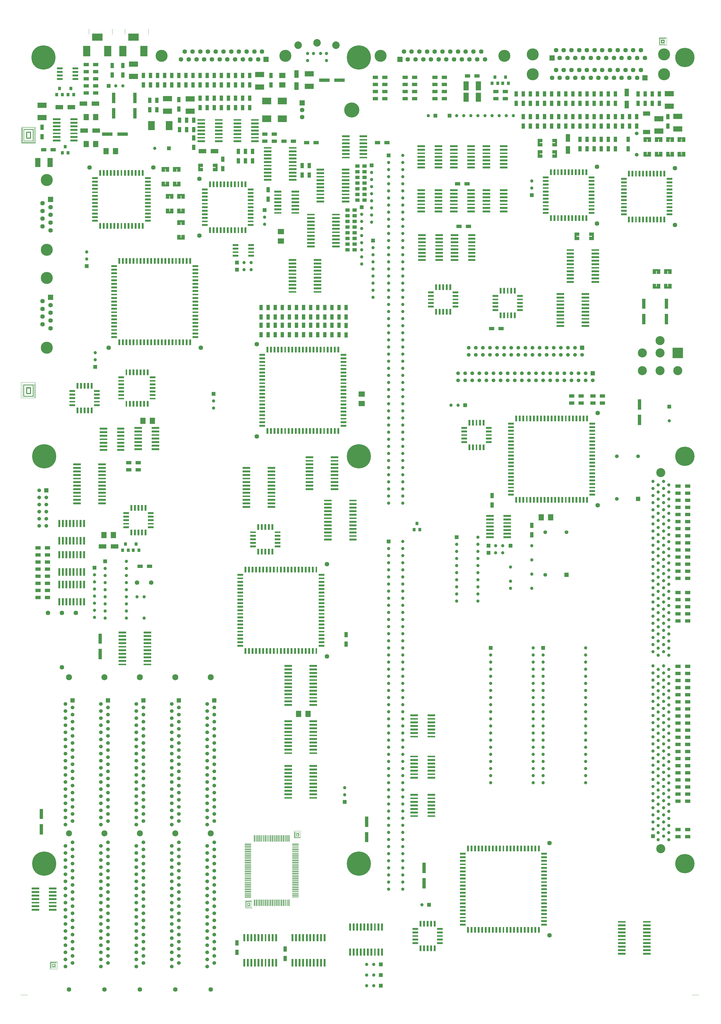
<source format=gbr>
G04 FAB 3000 Version 8.1.7 - Gerber/CAM Software*
G04 RS274-X Output*
%FSLAX24Y24*%
%MIA0B0*%
%MOIN*%
%SFA1.000000B1.000000*%

%IPPOS*%
%ADD13C,0.045880*%
%ADD14C,0.045960*%
%ADD15C,0.045890*%
%ADD16C,0.045900*%
%ADD17C,0.045910*%
%ADD18C,0.045950*%
%ADD19C,0.045940*%
%ADD20C,0.052740*%
%ADD21C,0.052730*%
%ADD22C,0.052680*%
%ADD23C,0.052720*%
%ADD24C,0.052660*%
%ADD25C,0.052690*%
%ADD26C,0.063750*%
%ADD27C,0.063800*%
%ADD28C,0.063810*%
%ADD29C,0.063730*%
%ADD30C,0.063740*%
%ADD31C,0.063790*%
%ADD32C,0.063760*%
%ADD33C,0.085020*%
%ADD34C,0.085010*%
%ADD35C,0.106280*%
%ADD36C,0.106220*%
%ADD37R,0.060000X0.060000*%
%ADD38R,0.060070X0.060000*%
%ADD39R,0.060010X0.060000*%
%ADD40R,0.060060X0.060010*%
%ADD41R,0.074970X0.075100*%
%ADD42R,0.075040X0.075100*%
%ADD43C,0.170029*%
%ADD44C,0.170020*%
%ADD45C,0.127560*%
%ADD46C,0.127540*%
%ADD47C,0.340115*%
%ADD48C,0.340060*%
%ADD49R,0.075030X0.075000*%
%ADD50R,0.075030X0.075100*%
%ADD51R,0.075020X0.074900*%
%ADD52R,0.075030X0.074900*%
%ADD53C,0.212560*%
%ADD54C,0.272060*%
%ADD55R,0.054050X0.054040*%
%ADD56R,0.054050X0.053980*%
%ADD57R,0.054030X0.053970*%
%ADD58R,0.053990X0.053980*%
%ADD59R,0.053970X0.054040*%
%ADD60R,0.053980X0.053980*%
%ADD61R,0.054040X0.053970*%
%ADD62R,0.053970X0.053980*%
%ADD63R,0.054040X0.053980*%
%ADD64R,0.053980X0.053970*%
%ADD65R,0.054020X0.054000*%
%ADD66R,0.053990X0.054100*%
%ADD67R,0.053970X0.054000*%
%ADD68R,0.054050X0.054100*%
%ADD69R,0.054040X0.054000*%
%ADD70R,0.054030X0.054000*%
%ADD71R,0.054040X0.053900*%
%ADD72R,0.053970X0.054100*%
%ADD73R,0.053970X0.053900*%
%ADD74R,0.053980X0.054000*%
%ADD75R,0.053980X0.054100*%
%ADD76R,0.054050X0.053900*%
%ADD77R,0.149970X0.150100*%
%ADD78R,0.075030X0.050020*%
%ADD80R,0.075040X0.049970*%
%ADD82R,0.075040X0.050010*%
%ADD83R,0.075030X0.050010*%
%ADD85R,0.074980X0.050020*%
%ADD91R,0.074978X0.049970*%
%ADD92R,0.074978X0.050010*%
%ADD96R,0.075030X0.049960*%
%ADD112R,0.074980X0.049980*%
%ADD113R,0.075032X0.049980*%
%ADD118R,0.075030X0.050100*%
%ADD121R,0.075020X0.050000*%
%ADD122R,0.075040X0.050000*%
%ADD125R,0.074980X0.050000*%
%ADD126R,0.075030X0.050000*%
%ADD128R,0.075030X0.049900*%
%ADD130R,0.075040X0.049900*%
%ADD131R,0.075040X0.050100*%
%ADD134R,0.074970X0.049900*%
%ADD136R,0.074970X0.050000*%
%ADD139R,0.074990X0.050000*%
%ADD140R,0.074990X0.050100*%
%ADD142R,0.075050X0.050000*%
%ADD143R,0.075040X0.090000*%
%ADD144R,0.075030X0.090000*%
%ADD145R,0.075030X0.090010*%
%ADD151R,0.075030X0.089950*%
%ADD153R,0.075020X0.090000*%
%ADD155R,0.060000X0.049900*%
%ADD156R,0.060000X0.050100*%
%ADD157R,0.060000X0.050000*%
%ADD162R,0.100040X0.150000*%
%ADD163R,0.099990X0.150000*%
%ADD164R,0.150020X0.100000*%
%ADD165R,0.150070X0.100000*%
%ADD279R,0.100000X0.060000*%
%ADD280R,0.080020X0.025020*%
%ADD281R,0.080020X0.025010*%
%ADD282R,0.080020X0.024950*%
%ADD283R,0.080020X0.025000*%
%ADD284R,0.080010X0.025020*%
%ADD285R,0.080010X0.025000*%
%ADD286R,0.080010X0.024950*%
%ADD287R,0.080010X0.025010*%
%ADD288R,0.080030X0.025010*%
%ADD289R,0.080030X0.024950*%
%ADD290R,0.080030X0.025020*%
%ADD291R,0.079970X0.025010*%
%ADD292R,0.079970X0.024950*%
%ADD293R,0.079970X0.025020*%
%ADD294R,0.080020X0.024960*%
%ADD295R,0.080030X0.025000*%
%ADD296R,0.080030X0.024960*%
%ADD297R,0.080020X0.024940*%
%ADD298R,0.080030X0.024940*%
%ADD299R,0.080010X0.024960*%
%ADD300R,0.080020X0.024900*%
%ADD301R,0.080030X0.024900*%
%ADD302R,0.080030X0.025060*%
%ADD303R,0.080020X0.025060*%
%ADD304R,0.080020X0.025100*%
%ADD305R,0.080030X0.025100*%
%ADD306R,0.080010X0.024900*%
%ADD307R,0.080010X0.025100*%
%ADD308R,0.025010X0.080010*%
%ADD309R,0.025010X0.080030*%
%ADD310R,0.025000X0.080030*%
%ADD311R,0.025000X0.080010*%
%ADD312R,0.025020X0.080010*%
%ADD313R,0.025020X0.080030*%
%ADD314R,0.025010X0.080020*%
%ADD315R,0.025020X0.080020*%
%ADD316R,0.025000X0.080020*%
%ADD317R,0.024960X0.080020*%
%ADD318R,0.024960X0.080010*%
%ADD319R,0.025010X0.079970*%
%ADD320R,0.025020X0.079970*%
%ADD321R,0.025000X0.079970*%
%ADD322R,0.024950X0.079970*%
%ADD323R,0.024960X0.079970*%
%ADD324R,0.024940X0.079970*%
%ADD325R,0.025020X0.079960*%
%ADD326R,0.025000X0.079960*%
%ADD327R,0.025010X0.079960*%
%ADD328R,0.024940X0.080030*%
%ADD329R,0.025020X0.080040*%
%ADD330R,0.025010X0.080040*%
%ADD331R,0.025000X0.080040*%
%ADD332R,0.024960X0.080040*%
%ADD333R,0.024940X0.080040*%
%ADD334R,0.024950X0.080020*%
%ADD335R,0.025010X0.080000*%
%ADD336R,0.025020X0.080000*%
%ADD337R,0.024940X0.080000*%
%ADD338R,0.025010X0.079900*%
%ADD339R,0.025000X0.079900*%
%ADD340R,0.025020X0.079900*%
%ADD341R,0.024940X0.079900*%
%ADD342R,0.024960X0.079900*%
%ADD343R,0.025000X0.080000*%
%ADD344R,0.024960X0.080000*%
%ADD345R,0.024950X0.080000*%
%ADD346R,0.025020X0.080100*%
%ADD347R,0.025010X0.080100*%
%ADD348R,0.025000X0.080100*%
%ADD349R,0.024960X0.080100*%
%ADD350R,0.024950X0.080100*%
%ADD351R,0.040040X0.050030*%
%ADD352R,0.039990X0.050010*%
%ADD353R,0.039990X0.050030*%
%ADD354R,0.040030X0.050010*%
%ADD355R,0.039980X0.050030*%
%ADD356R,0.039990X0.049970*%
%ADD357R,0.040040X0.050020*%
%ADD358R,0.040040X0.049900*%
%ADD359R,0.039980X0.050100*%
%ADD360R,0.040030X0.050000*%
%ADD361R,0.039990X0.050000*%
%ADD362R,0.040040X0.050000*%
%ADD363R,0.039980X0.050000*%
%ADD364R,0.105040X0.025020*%
%ADD365R,0.105040X0.025010*%
%ADD366R,0.105040X0.025000*%
%ADD367R,0.105040X0.024960*%
%ADD368R,0.105030X0.025020*%
%ADD369R,0.105035X0.024950*%
%ADD370R,0.105030X0.025010*%
%ADD371R,0.105030X0.025000*%
%ADD372R,0.105030X0.024960*%
%ADD373R,0.105020X0.025010*%
%ADD374R,0.105020X0.025020*%
%ADD375R,0.105020X0.024960*%
%ADD376R,0.105020X0.025000*%
%ADD377R,0.104990X0.025010*%
%ADD378R,0.104990X0.025020*%
%ADD379R,0.104990X0.024950*%
%ADD380R,0.104990X0.025000*%
%ADD381R,0.105040X0.024940*%
%ADD382R,0.105030X0.024940*%
%ADD383R,0.105040X0.025100*%
%ADD384R,0.105040X0.024900*%
%ADD385R,0.104990X0.025100*%
%ADD386R,0.105030X0.024900*%
%ADD387R,0.105030X0.025100*%
%ADD388R,0.105020X0.025100*%
%ADD389R,0.105020X0.024900*%
%ADD390R,0.105050X0.025100*%
%ADD391R,0.105050X0.025000*%
%ADD392R,0.105050X0.024900*%
%ADD393R,0.104980X0.025100*%
%ADD394R,0.104980X0.025000*%
%ADD395R,0.104980X0.024900*%
%ADD396R,0.104990X0.024900*%
%ADD397R,0.104970X0.025000*%
%ADD398R,0.104970X0.024900*%
%ADD399R,0.104970X0.025100*%
%ADD400R,0.025010X0.105040*%
%ADD401R,0.025020X0.105040*%
%ADD402R,0.025000X0.105040*%
%ADD403R,0.024960X0.105040*%
%ADD404R,0.025010X0.104980*%
%ADD405R,0.025010X0.104970*%
%ADD406R,0.025000X0.104970*%
%ADD407R,0.025000X0.104980*%
%ADD408R,0.024960X0.104980*%
%ADD409R,0.024960X0.104970*%
%ADD410R,0.025020X0.104970*%
%ADD411R,0.025020X0.104980*%
%ADD412R,0.025010X0.105030*%
%ADD413R,0.025020X0.105030*%
%ADD414R,0.024960X0.105030*%
%ADD415R,0.025000X0.105030*%
%ADD416R,0.025010X0.104990*%
%ADD417R,0.025000X0.104990*%
%ADD418R,0.024960X0.104990*%
%ADD419R,0.025020X0.104990*%
%ADD420R,0.075000X0.049970*%
%ADD421R,0.075000X0.050010*%
%ADD422R,0.075000X0.050020*%
%ADD423R,0.075000X0.050030*%
%ADD424R,0.075000X0.049960*%
%ADD425R,0.050030X0.075040*%
%ADD426R,0.050030X0.074980*%
%ADD427R,0.050030X0.075020*%
%ADD428R,0.050030X0.074970*%
%ADD429R,0.050020X0.075030*%
%ADD430R,0.050020X0.075040*%
%ADD431R,0.049970X0.074980*%
%ADD432R,0.049970X0.075040*%
%ADD433R,0.050020X0.075000*%
%ADD434R,0.050020X0.075100*%
%ADD435R,0.050020X0.074900*%
%ADD436R,0.050030X0.074900*%
%ADD437R,0.050030X0.075000*%
%ADD438R,0.049950X0.074900*%
%ADD439R,0.049950X0.075000*%
%ADD440R,0.049970X0.074900*%
%ADD441R,0.049970X0.075000*%
%ADD442R,0.050010X0.074900*%
%ADD443R,0.050010X0.075000*%
%ADD444R,0.050010X0.075100*%
%ADD445R,0.050030X0.075100*%
%ADD446R,0.049980X0.075000*%
%ADD447R,0.049960X0.075000*%
%ADD448R,0.049960X0.074900*%
%ADD449R,0.049980X0.074900*%
%ADD450R,0.049980X0.075100*%
%ADD451R,0.049970X0.075100*%
%ADD452R,0.049960X0.075100*%
%ADD453R,0.074980X0.090010*%
%ADD454R,0.074990X0.090000*%
%ADD455R,0.075030X0.090100*%
%ADD456R,0.075040X0.090100*%
%ADD457R,0.074980X0.090000*%
%ADD458R,0.090000X0.075000*%
%ADD459R,0.090000X0.074900*%
%ADD460R,0.090010X0.074900*%
%ADD461R,0.090000X0.075100*%
%ADD462R,0.110020X0.060010*%
%ADD463R,0.110020X0.060000*%
%ADD464R,0.110030X0.060000*%
%ADD465R,0.060020X0.110000*%
%ADD466R,0.060020X0.110100*%
%ADD467R,0.060000X0.110000*%
%ADD468R,0.075032X0.125000*%
%ADD469R,0.074970X0.125000*%
%ADD470R,0.125001X0.075000*%
%ADD471R,0.125060X0.075000*%
%ADD472R,0.125050X0.075000*%
%ADD473R,0.125090X0.075000*%
%ADD474R,0.125060X0.074900*%
%ADD475R,0.094030X0.125000*%
%ADD476R,0.125060X0.093900*%
%ADD477R,0.125050X0.093900*%
%ADD478R,0.145010X0.050000*%
%ADD479R,0.145020X0.050000*%
%ADD480R,0.145070X0.050000*%
%ADD481R,0.050030X0.145030*%
%ADD482R,0.050030X0.145020*%
%ADD483R,0.050020X0.144970*%
%ADD484R,0.050020X0.145030*%
%ADD485R,0.050020X0.144960*%
%ADD486R,0.050020X0.145010*%
%ADD487R,0.050030X0.144960*%
%ADD488R,0.050030X0.145100*%
%ADD489R,0.050030X0.144900*%
%ADD490R,0.050010X0.145100*%
%ADD491R,0.048990X0.070100*%
%ADD492R,0.049040X0.070100*%
%ADD493R,0.049000X0.070100*%
%ADD494R,0.049050X0.070100*%
%ADD495R,0.049060X0.070100*%
%ADD496R,0.048990X0.069900*%
%ADD497R,0.049060X0.069900*%
%ADD498R,0.049040X0.069900*%
%ADD499R,0.049000X0.069900*%
%ADD500R,0.049090X0.069900*%
%ADD501R,0.048900X0.069900*%
%ADD502R,0.048900X0.070000*%
%ADD503R,0.049090X0.070000*%
%ADD504R,0.049000X0.070000*%
%ADD505R,0.049040X0.070000*%
%ADD506R,0.048990X0.070000*%
%ADD507R,0.049060X0.070000*%
%ADD508R,0.070040X0.049000*%
%ADD509R,0.070040X0.049100*%
%ADD510R,0.015020X0.030000*%
%ADD511R,0.015030X0.030000*%
%ADD512R,0.014970X0.030000*%
%ADD513R,0.015000X0.030000*%
%ADD514R,0.030010X0.014900*%
%ADD515R,0.030000X0.014900*%
%ADD516R,0.030000X0.015000*%
%ADD517R,0.030050X0.014900*%
%ADD518R,0.030000X0.015100*%
%LNA4000D_RevB_top_soldermask_0*%
%LPD*%
G54D20*
X9529Y86505D03*
G54D22*
X10529D03*
G36*
X6909Y154530D02*
G01Y153530D01*
X6897D01*
Y154530D01*
G37*
G36*
X6903Y154536D02*
G01X7903D01*
Y154525D01*
X6903D01*
G37*
G54D470*
X9935Y142024D03*
Y143764D03*
G54D433*
X9928Y140674D03*
G36*
X8229Y139891D02*
G01X7840D01*
X7746Y139986D01*
X8323D01*
G37*
G36*
X8653Y140315D02*
G01X7417D01*
X7370Y140362D01*
X8700D01*
G37*
G36*
X8865Y140527D02*
G01X7205D01*
X7181Y140550D01*
X8888D01*
G37*
G36*
X8969Y140631D02*
G01X7100D01*
X7086Y140646D01*
X8983D01*
G37*
G36*
X8229Y139891D02*
G01X7840D01*
X7746Y139986D01*
X8323D01*
G37*
G36*
X8653Y140315D02*
G01X7417D01*
X7370Y140362D01*
X8700D01*
G37*
G36*
X8865Y140527D02*
G01X7205D01*
X7181Y140550D01*
X8888D01*
G37*
G36*
X8969Y140631D02*
G01X7100D01*
X7086Y140646D01*
X8983D01*
G37*
G36*
X8269Y139930D02*
G01X7800D01*
X7706Y140025D01*
X8363D01*
G37*
G36*
X8693Y140355D02*
G01X7377D01*
X7329Y140402D01*
X8740D01*
G37*
G36*
X8905Y140566D02*
G01X7165D01*
X7141Y140589D01*
X8928D01*
G37*
G36*
X9011Y140673D02*
G01X7059D01*
X7047Y140684D01*
X9022D01*
G37*
G36*
X9060Y140723D02*
G01X7009D01*
X6997Y140734D01*
X9072D01*
G37*
G54D477*
X41636Y141855D03*
G54D476*
X43837D03*
G54D445*
X29333Y141675D03*
G54D450*
X30333D03*
G54D434*
X31334D03*
G54D389*
X32414Y141703D03*
G54D386*
X34855D03*
G54D384*
X37515D03*
X39955D03*
G54D494*
X27638Y132675D03*
Y134735D03*
G54D493*
X27628Y128875D03*
Y130935D03*
G54D475*
X27883Y140906D03*
G54D75*
X27833Y137705D03*
G54D495*
X28628Y134735D03*
Y132675D03*
G54D345*
X28833Y121836D03*
Y110376D03*
G54D33*
X28733Y63155D03*
Y41155D03*
G54D26*
Y19155D03*
G54D155*
X54039Y128205D03*
X53039D03*
G54D18*
X41336Y128005D03*
G54D511*
X28933Y132474D03*
Y134936D03*
G36*
X28917Y134410D02*
G01Y134761D01*
X28929D01*
Y134410D01*
G37*
G36*
X28904Y134755D02*
G01Y134410D01*
X28892D01*
Y134766D01*
G37*
G36*
X28962Y134755D02*
G01X28904D01*
X28892Y134766D01*
X28974D01*
G37*
G36*
X28898Y132656D02*
G01X28962D01*
X28974Y132645D01*
X28898D01*
G37*
G36*
X28962Y132656D02*
G01Y132995D01*
X28974Y133006D01*
Y132645D01*
G37*
G36*
X28962Y132995D02*
G01X28904D01*
X28892Y133006D01*
X28974D01*
G37*
G36*
X28904Y132995D02*
G01Y132650D01*
X28892D01*
Y133006D01*
G37*
G36*
X28917Y132650D02*
G01Y133001D01*
X28929D01*
Y132650D01*
G37*
G36*
X28898Y134416D02*
G01X28962D01*
X28974Y134405D01*
X28898D01*
G37*
G36*
X28962Y134416D02*
G01Y134755D01*
X28974Y134766D01*
Y134405D01*
G37*
G54D491*
X29238Y132675D03*
Y134735D03*
X29228Y128875D03*
Y130935D03*
G54D445*
X29333Y140335D03*
G54D376*
X32414Y138704D03*
G54D389*
Y139203D03*
G54D388*
Y139703D03*
G54D376*
Y140204D03*
Y140702D03*
Y141204D03*
G54D27*
X32134Y133405D03*
G54D365*
X91728Y24705D03*
Y25205D03*
G54D366*
Y25705D03*
G54D367*
Y26205D03*
G54D364*
Y26705D03*
G54D365*
Y27205D03*
Y27705D03*
G54D366*
Y28205D03*
G54D367*
Y28705D03*
G54D364*
Y24205D03*
G54D26*
X91168Y151545D03*
X91718Y150425D03*
Y147625D03*
X91168Y148745D03*
G54D504*
X98855Y138936D03*
G54D499*
Y136875D03*
G54D470*
X98442Y145386D03*
Y143646D03*
G54D77*
X99650Y108855D03*
G54D27*
X99250Y134905D03*
Y126905D03*
G54D44*
X97710Y150925D03*
Y148125D03*
G36*
X97319Y152583D02*
G01X97679D01*
X97726Y152536D01*
X97319D01*
G37*
G36*
X97119Y152371D02*
G01X97891D01*
X97914Y152348D01*
X97119D01*
G37*
G36*
X97019Y152267D02*
G01X97995D01*
X98009Y152252D01*
X97019D01*
G37*
G36*
X97319Y152583D02*
G01X97679D01*
X97726Y152536D01*
X97319D01*
G37*
G36*
X97119Y152371D02*
G01X97891D01*
X97914Y152348D01*
X97119D01*
G37*
G36*
X97019Y152267D02*
G01X97995D01*
X98009Y152252D01*
X97019D01*
G37*
G36*
X97389Y152630D02*
G01X97632D01*
X97726Y152535D01*
X97295D01*
G37*
G36*
X96979Y152224D02*
G01X98037D01*
X98048Y152213D01*
X96979D01*
G37*
G36*
X96929Y152174D02*
G01X98087D01*
X98098Y152163D01*
X96929D01*
G37*
G36*
X97079Y152330D02*
G01X97931D01*
X97954Y152307D01*
X97079D01*
G37*
G36*
X97279Y152542D02*
G01X97719D01*
X97766Y152495D01*
X97279D01*
G37*
G36*
X97679Y152920D02*
G01X97343D01*
X97296Y152967D01*
X97726D01*
G37*
G36*
X97891Y153131D02*
G01X97131D01*
X97107Y153154D01*
X97914D01*
G37*
G36*
X97995Y153236D02*
G01X97026D01*
X97012Y153251D01*
X98009D01*
G37*
G36*
X97679Y152920D02*
G01X97343D01*
X97296Y152967D01*
X97726D01*
G37*
G36*
X97891Y153131D02*
G01X97131D01*
X97107Y153154D01*
X97914D01*
G37*
G36*
X97995Y153236D02*
G01X97026D01*
X97012Y153251D01*
X98009D01*
G37*
G36*
X98037Y153277D02*
G01X96985D01*
X96973Y153288D01*
X98048D01*
G37*
G36*
X98087Y153327D02*
G01X96935D01*
X96924Y153338D01*
X98098D01*
G37*
G36*
X97931Y153171D02*
G01X97091D01*
X97067Y153194D01*
X97954D01*
G37*
G36*
X97719Y152959D02*
G01X97303D01*
X97256Y153006D01*
X97766D01*
G37*
G36*
X97679Y152871D02*
G01X97389D01*
X97295Y152966D01*
X97679D01*
G37*
G54D511*
X96649Y120536D03*
Y118075D03*
G54D491*
X96344Y120335D03*
Y118275D03*
G54D348*
X96249Y134130D03*
G54D343*
Y127681D03*
G36*
X96633Y118250D02*
G01Y118600D01*
X96645D01*
Y118250D01*
G37*
G36*
X96620Y118595D02*
G01Y118250D01*
X96608D01*
Y118606D01*
G37*
G36*
X96614Y118255D02*
G01X96678D01*
X96690Y118244D01*
X96614D01*
G37*
G36*
X96678Y118255D02*
G01Y118595D01*
X96690Y118606D01*
Y118244D01*
G37*
G36*
X96678Y118595D02*
G01X96620D01*
X96608Y118606D01*
X96690D01*
G37*
G36*
X96614Y120015D02*
G01X96678D01*
X96690Y120004D01*
X96614D01*
G37*
G36*
X96678Y120015D02*
G01Y120355D01*
X96690Y120366D01*
Y120004D01*
G37*
G36*
X96678Y120355D02*
G01X96620D01*
X96608Y120366D01*
X96690D01*
G37*
G36*
X96620Y120355D02*
G01Y120010D01*
X96608D01*
Y120366D01*
G37*
G36*
X96633Y120010D02*
G01Y120361D01*
X96645D01*
Y120010D01*
G37*
G54D511*
X96949Y139136D03*
Y136676D03*
G54D505*
X97254Y138936D03*
G54D498*
Y136875D03*
G54D347*
X97249Y134130D03*
G36*
X96933Y138610D02*
G01Y138961D01*
X96945D01*
Y138610D01*
G37*
G36*
X96920Y138955D02*
G01Y138610D01*
X96908D01*
Y138966D01*
G37*
G36*
X96978Y138955D02*
G01X96920D01*
X96908Y138966D01*
X96990D01*
G37*
G36*
X96914Y138616D02*
G01X96978D01*
X96990Y138605D01*
X96914D01*
G37*
G36*
X96978Y138616D02*
G01Y138955D01*
X96990Y138966D01*
Y138605D01*
G37*
G36*
X96914Y136856D02*
G01X96978D01*
X96990Y136845D01*
X96914D01*
G37*
G36*
X96978Y136856D02*
G01Y137195D01*
X96990Y137206D01*
Y136845D01*
G37*
G36*
X96978Y137195D02*
G01X96920D01*
X96908Y137206D01*
X96990D01*
G37*
G36*
X96920Y137195D02*
G01Y136850D01*
X96908D01*
Y137206D01*
G37*
G36*
X96933Y136850D02*
G01Y137201D01*
X96945D01*
Y136850D01*
G37*
G54D346*
X97749Y134130D03*
G36*
X7825Y103883D02*
G01Y103166D01*
X7731D01*
Y103978D01*
G37*
G36*
X7402Y104307D02*
G01Y102765D01*
X7354D01*
Y104354D01*
G37*
G36*
X7190Y104519D02*
G01Y102566D01*
X7166D01*
Y104542D01*
G37*
G36*
X7085Y104623D02*
G01Y102466D01*
X7071D01*
Y104638D01*
G37*
G36*
X7825Y103883D02*
G01Y103166D01*
X7731D01*
Y103978D01*
G37*
G36*
X7361Y104347D02*
G01Y102726D01*
X7314D01*
Y104394D01*
G37*
G36*
X7150Y104558D02*
G01Y102526D01*
X7126D01*
Y104581D01*
G37*
G36*
X6994Y104715D02*
G01Y102376D01*
X6982D01*
Y104726D01*
G37*
G36*
X7044Y104665D02*
G01Y102426D01*
X7032D01*
Y104676D01*
G37*
G36*
X7785Y103923D02*
G01Y103126D01*
X7691D01*
Y104018D01*
G37*
G36*
X7085Y104623D02*
G01Y102466D01*
X7071D01*
Y104638D01*
G37*
G36*
X7190Y104519D02*
G01Y102566D01*
X7166D01*
Y104542D01*
G37*
G36*
X7402Y104307D02*
G01Y102765D01*
X7354D01*
Y104354D01*
G37*
G36*
X8229Y103213D02*
G01Y103883D01*
X8323Y103978D01*
Y103118D01*
G37*
G36*
X8653Y102788D02*
G01Y104307D01*
X8700Y104354D01*
Y102741D01*
G37*
G36*
X8865Y102577D02*
G01Y104519D01*
X8888Y104542D01*
Y102554D01*
G37*
G36*
X8969Y102473D02*
G01Y104623D01*
X8983Y104638D01*
Y102458D01*
G37*
G36*
X9060Y102381D02*
G01Y104715D01*
X9072Y104726D01*
Y102370D01*
G37*
G36*
X9011Y102431D02*
G01Y104665D01*
X9022Y104676D01*
Y102420D01*
G37*
G36*
X8905Y102537D02*
G01Y104558D01*
X8928Y104581D01*
Y102514D01*
G37*
G36*
X8693Y102749D02*
G01Y104347D01*
X8740Y104394D01*
Y102702D01*
G37*
G36*
X8269Y103173D02*
G01Y103923D01*
X8363Y104018D01*
Y103078D01*
G37*
G36*
X8969Y102473D02*
G01Y104623D01*
X8983Y104638D01*
Y102458D01*
G37*
G36*
X8865Y102577D02*
G01Y104519D01*
X8888Y104542D01*
Y102554D01*
G37*
G36*
X8653Y102788D02*
G01Y104307D01*
X8700Y104354D01*
Y102741D01*
G37*
G36*
X8229Y103213D02*
G01Y103883D01*
X8323Y103978D01*
Y103118D01*
G37*
G36*
X7840Y139891D02*
G01Y139157D01*
X7746D01*
Y139986D01*
G37*
G36*
X7417Y140315D02*
G01Y138758D01*
X7370D01*
Y140362D01*
G37*
G36*
X7205Y140527D02*
G01Y138557D01*
X7181D01*
Y140550D01*
G37*
G36*
X7100Y140631D02*
G01Y138458D01*
X7086D01*
Y140646D01*
G37*
G36*
X7840Y139891D02*
G01Y139157D01*
X7746D01*
Y139986D01*
G37*
G36*
X7377Y140355D02*
G01Y138717D01*
X7329D01*
Y140402D01*
G37*
G36*
X7009Y140723D02*
G01Y138366D01*
X6997D01*
Y140734D01*
G37*
G36*
X7059Y140673D02*
G01Y138417D01*
X7047D01*
Y140684D01*
G37*
G36*
X7165Y140566D02*
G01Y138518D01*
X7141D01*
Y140589D01*
G37*
G36*
X7800Y139930D02*
G01Y139117D01*
X7706D01*
Y140025D01*
G37*
G36*
X7100Y140631D02*
G01Y138458D01*
X7086D01*
Y140646D01*
G37*
G36*
X7205Y140527D02*
G01Y138557D01*
X7181D01*
Y140550D01*
G37*
G36*
X7417Y140315D02*
G01Y138758D01*
X7370D01*
Y140362D01*
G37*
G54D435*
X9928Y139335D03*
G36*
X8229Y139204D02*
G01Y139891D01*
X8323Y139986D01*
Y139109D01*
G37*
G36*
X8653Y138781D02*
G01Y140315D01*
X8700Y140362D01*
Y138734D01*
G37*
G36*
X8865Y138568D02*
G01Y140527D01*
X8888Y140550D01*
Y138545D01*
G37*
G36*
X8969Y138465D02*
G01Y140631D01*
X8983Y140646D01*
Y138450D01*
G37*
G36*
X9060Y138372D02*
G01Y140723D01*
X9072Y140734D01*
Y138361D01*
G37*
G36*
X9011Y138422D02*
G01Y140673D01*
X9022Y140684D01*
Y138411D01*
G37*
G36*
X8905Y138529D02*
G01Y140566D01*
X8928Y140589D01*
Y138506D01*
G37*
G36*
X8693Y138740D02*
G01Y140355D01*
X8740Y140402D01*
Y138693D01*
G37*
G36*
X8269Y139164D02*
G01Y139930D01*
X8363Y140025D01*
Y139069D01*
G37*
G36*
X8969Y138465D02*
G01Y140631D01*
X8983Y140646D01*
Y138450D01*
G37*
G36*
X8865Y138568D02*
G01Y140527D01*
X8888Y140550D01*
Y138545D01*
G37*
G36*
X8653Y138781D02*
G01Y140315D01*
X8700Y140362D01*
Y138734D01*
G37*
G36*
X8229Y139204D02*
G01Y139891D01*
X8323Y139986D01*
Y139109D01*
G37*
G36*
X45882Y41067D02*
G01Y40815D01*
X45835D01*
Y41115D01*
G37*
G36*
X45670Y41280D02*
G01Y40615D01*
X45646D01*
Y41303D01*
G37*
G36*
X45474Y41475D02*
G01Y40425D01*
X45462D01*
Y41487D01*
G37*
G36*
X45524Y41425D02*
G01Y40475D01*
X45512D01*
Y41437D01*
G37*
G36*
X45630Y41319D02*
G01Y40575D01*
X45606D01*
Y41343D01*
G37*
G36*
X45842Y41108D02*
G01Y40775D01*
X45795D01*
Y41155D01*
G37*
G36*
X45565Y41384D02*
G01Y40515D01*
X45551D01*
Y41398D01*
G37*
G36*
X45670Y41280D02*
G01Y40615D01*
X45646D01*
Y41303D01*
G37*
G36*
X45882Y41067D02*
G01Y40815D01*
X45835D01*
Y41115D01*
G37*
G36*
X45565Y41384D02*
G01Y40515D01*
X45551D01*
Y41398D01*
G37*
G54D483*
X55739Y40625D03*
G36*
X46116Y40838D02*
G01Y41067D01*
X46163Y41115D01*
Y40791D01*
G37*
G36*
X46474Y40481D02*
G01Y41425D01*
X46486Y41437D01*
Y40469D01*
G37*
G36*
X46524Y40431D02*
G01Y41475D01*
X46536Y41487D01*
Y40419D01*
G37*
G36*
X46368Y40587D02*
G01Y41319D01*
X46392Y41343D01*
Y40563D01*
G37*
G36*
X46157Y40799D02*
G01Y41108D01*
X46204Y41155D01*
Y40752D01*
G37*
G36*
X46433Y40522D02*
G01Y41384D01*
X46448Y41398D01*
Y40508D01*
G37*
G36*
X46328Y40627D02*
G01Y41280D01*
X46352Y41303D01*
Y40604D01*
G37*
G36*
X46116Y40838D02*
G01Y41067D01*
X46163Y41115D01*
Y40791D01*
G37*
G36*
X46433Y40522D02*
G01Y41384D01*
X46448Y41398D01*
Y40508D01*
G37*
G36*
X46328Y40627D02*
G01Y41280D01*
X46352Y41303D01*
Y40604D01*
G37*
G36*
X97343Y152920D02*
G01Y152560D01*
X97296D01*
Y152967D01*
G37*
G36*
X97131Y153131D02*
G01Y152360D01*
X97107D01*
Y153154D01*
G37*
G36*
X97026Y153236D02*
G01Y152260D01*
X97012D01*
Y153251D01*
G37*
G36*
X97303Y152959D02*
G01Y152518D01*
X97256D01*
Y153006D01*
G37*
G36*
X97091Y153171D02*
G01Y152318D01*
X97067D01*
Y153194D01*
G37*
G36*
X96985Y153277D02*
G01Y152218D01*
X96973D01*
Y153288D01*
G37*
G36*
X96935Y153327D02*
G01Y152169D01*
X96924D01*
Y153338D01*
G37*
G36*
X97389Y152871D02*
G01Y152630D01*
X97295Y152535D01*
Y152966D01*
G37*
G36*
X97026Y153236D02*
G01Y152260D01*
X97012D01*
Y153251D01*
G37*
G36*
X97131Y153131D02*
G01Y152360D01*
X97107D01*
Y153154D01*
G37*
G36*
X97343Y152920D02*
G01Y152560D01*
X97296D01*
Y152967D01*
G37*
G36*
X97679Y152583D02*
G01Y152920D01*
X97726Y152967D01*
Y152536D01*
G37*
G36*
X97891Y152371D02*
G01Y153131D01*
X97914Y153154D01*
Y152348D01*
G37*
G36*
X97719Y152542D02*
G01Y152959D01*
X97766Y153006D01*
Y152495D01*
G37*
G36*
X97931Y152330D02*
G01Y153171D01*
X97954Y153194D01*
Y152307D01*
G37*
G36*
X98087Y152174D02*
G01Y153327D01*
X98098Y153338D01*
Y152163D01*
G37*
G36*
X98037Y152224D02*
G01Y153277D01*
X98048Y153288D01*
Y152213D01*
G37*
G36*
X97632Y152630D02*
G01Y152918D01*
X97726D01*
Y152535D01*
G37*
G36*
X97995Y152267D02*
G01Y153236D01*
X98009Y153251D01*
Y152252D01*
G37*
G36*
X97891Y152371D02*
G01Y153131D01*
X97914Y153154D01*
Y152348D01*
G37*
G36*
X97679Y152583D02*
G01Y152920D01*
X97726Y152967D01*
Y152536D01*
G37*
G36*
X97995Y152267D02*
G01Y153236D01*
X98009Y153251D01*
Y152252D01*
G37*
G36*
X11447Y22687D02*
G01Y22405D01*
X11400D01*
Y22734D01*
G37*
G36*
X11447Y22687D02*
G01Y22405D01*
X11400D01*
Y22734D01*
G37*
G36*
X11407Y22727D02*
G01Y22365D01*
X11359D01*
Y22774D01*
G37*
G54D387*
X12009Y138803D03*
G54D371*
Y139304D03*
G54D386*
Y139803D03*
G54D371*
Y140304D03*
Y140804D03*
G54D387*
Y141303D03*
G54D371*
Y141804D03*
G36*
X11704Y22687D02*
G01X11447D01*
X11400Y22734D01*
X11752D01*
G37*
G36*
X11704Y22687D02*
G01X11447D01*
X11400Y22734D01*
X11752D01*
G37*
G36*
X11704Y22429D02*
G01Y22687D01*
X11752Y22734D01*
Y22382D01*
G37*
G36*
X11423Y22429D02*
G01X11704D01*
X11752Y22382D01*
X11423D01*
G37*
G36*
X11745Y22727D02*
G01X11407D01*
X11359Y22774D01*
X11792D01*
G37*
G36*
X11383Y22388D02*
G01X11745D01*
X11792Y22341D01*
X11383D01*
G37*
G36*
X11423Y22429D02*
G01X11704D01*
X11752Y22382D01*
X11423D01*
G37*
G36*
X11704Y22429D02*
G01Y22687D01*
X11752Y22734D01*
Y22382D01*
G37*
G36*
X38976Y31287D02*
G01Y31011D01*
X38929D01*
Y31334D01*
G37*
G36*
X38764Y31499D02*
G01Y30811D01*
X38741D01*
Y31523D01*
G37*
G36*
X38936Y31327D02*
G01Y30971D01*
X38889D01*
Y31374D01*
G37*
G36*
X38724Y31539D02*
G01Y30771D01*
X38701D01*
Y31563D01*
G37*
G36*
X38618Y31645D02*
G01Y30671D01*
X38606D01*
Y31657D01*
G37*
G36*
X38568Y31695D02*
G01Y30621D01*
X38556D01*
Y31707D01*
G37*
G36*
X38659Y31604D02*
G01Y30711D01*
X38645D01*
Y31618D01*
G37*
G36*
X38764Y31499D02*
G01Y30811D01*
X38741D01*
Y31523D01*
G37*
G36*
X38976Y31287D02*
G01Y31011D01*
X38929D01*
Y31334D01*
G37*
G36*
X38659Y31604D02*
G01Y30711D01*
X38645D01*
Y31618D01*
G37*
G54D16*
X98375Y80255D03*
G54D287*
X76114Y93405D03*
G54D319*
X76844Y88175D03*
G54D308*
X77045Y39035D03*
G54D314*
Y27575D03*
G54D16*
X98375Y47255D03*
Y46255D03*
Y45255D03*
Y40255D03*
Y41255D03*
Y42255D03*
Y43255D03*
Y44255D03*
Y48255D03*
X97624Y42755D03*
Y43755D03*
Y44755D03*
Y45755D03*
Y46755D03*
Y47755D03*
Y40755D03*
Y41755D03*
Y48755D03*
Y49755D03*
G54D45*
X97249Y39005D03*
G54D15*
X96874Y42255D03*
Y41255D03*
Y40255D03*
Y43255D03*
Y44255D03*
Y45255D03*
Y46255D03*
Y47255D03*
Y48255D03*
G54D58*
X96124Y40755D03*
G54D14*
Y41755D03*
Y47755D03*
Y46755D03*
Y45755D03*
Y44755D03*
Y43755D03*
Y42755D03*
Y48755D03*
Y49755D03*
Y50755D03*
G54D319*
X79845Y88175D03*
G54D311*
X80045Y39035D03*
G54D316*
Y27575D03*
G54D16*
X60840Y48305D03*
G54D486*
X55739Y42785D03*
G54D59*
X52639Y45605D03*
G54D16*
X58840Y47305D03*
Y46305D03*
Y45305D03*
Y44305D03*
Y43305D03*
Y42305D03*
Y41305D03*
G54D18*
X52639Y47605D03*
Y46605D03*
G54D16*
X58840Y48305D03*
Y55305D03*
Y54305D03*
Y53305D03*
Y52305D03*
Y51305D03*
Y50305D03*
Y49305D03*
Y56305D03*
Y57305D03*
G54D365*
X62421Y57803D03*
G54D370*
X64862D03*
G54D14*
X73244Y56305D03*
G54D17*
X79245Y57305D03*
G54D16*
X80645Y56305D03*
G54D153*
X80375Y85705D03*
G54D320*
X80345Y88175D03*
G54D319*
X80846D03*
G54D60*
X80645Y67305D03*
G54D22*
X80945Y83605D03*
Y77605D03*
G54D16*
X80645Y66305D03*
Y65305D03*
Y58305D03*
Y59305D03*
Y60305D03*
Y57305D03*
Y61305D03*
Y62305D03*
Y63305D03*
Y64305D03*
G54D17*
X86647Y49305D03*
Y50305D03*
Y51305D03*
Y52305D03*
Y53305D03*
Y54305D03*
Y48305D03*
Y55305D03*
Y56305D03*
Y57305D03*
G54D37*
X83946Y77605D03*
G54D22*
Y83605D03*
G54D17*
X86647Y67305D03*
Y61305D03*
Y62305D03*
Y58305D03*
Y59305D03*
Y60305D03*
Y66305D03*
Y65305D03*
Y64305D03*
Y63305D03*
G54D15*
X96874Y56255D03*
Y55255D03*
Y49255D03*
Y50255D03*
Y51255D03*
Y52255D03*
Y53255D03*
Y54255D03*
Y57255D03*
G54D16*
X98375Y56255D03*
Y55255D03*
Y54255D03*
Y53255D03*
Y52255D03*
Y51255D03*
Y50255D03*
Y49255D03*
Y57255D03*
X97624Y57755D03*
Y58755D03*
Y59755D03*
Y53755D03*
Y52755D03*
Y51755D03*
Y50755D03*
Y56755D03*
Y55755D03*
Y54755D03*
Y60755D03*
G54D14*
X96124Y56755D03*
Y57755D03*
Y58755D03*
Y59755D03*
Y53755D03*
Y52755D03*
Y51755D03*
Y55755D03*
Y54755D03*
Y60755D03*
Y61755D03*
G54D305*
X25554Y102917D03*
G54D16*
X58840Y65305D03*
Y64305D03*
Y63305D03*
Y62305D03*
Y61305D03*
Y60305D03*
Y59305D03*
Y58305D03*
Y66305D03*
X60840Y62305D03*
Y63305D03*
Y64305D03*
Y65305D03*
Y66305D03*
Y60305D03*
Y59305D03*
Y58305D03*
Y61305D03*
Y67305D03*
Y68305D03*
G54D60*
X73244Y67305D03*
G54D14*
Y64305D03*
Y63305D03*
Y62305D03*
Y61305D03*
Y57305D03*
Y58305D03*
Y59305D03*
Y60305D03*
Y65305D03*
Y66305D03*
G54D15*
X96874Y61255D03*
Y62255D03*
Y63255D03*
Y64255D03*
Y66255D03*
Y60255D03*
Y59255D03*
Y58255D03*
G54D16*
X98375Y66255D03*
Y64255D03*
Y63255D03*
Y62255D03*
Y61255D03*
Y60255D03*
Y59255D03*
Y58255D03*
Y79255D03*
Y78255D03*
Y77255D03*
Y76255D03*
Y67255D03*
Y68255D03*
Y69255D03*
Y70255D03*
Y71255D03*
Y72255D03*
Y73255D03*
Y74255D03*
Y75255D03*
X97624Y64755D03*
Y63755D03*
Y62755D03*
Y61755D03*
Y69755D03*
Y68755D03*
Y67755D03*
Y66755D03*
Y70755D03*
Y78755D03*
Y71755D03*
Y77755D03*
Y76755D03*
Y75755D03*
Y74755D03*
Y73755D03*
Y72755D03*
Y79755D03*
G54D15*
X96874Y74255D03*
Y73255D03*
Y72255D03*
Y71255D03*
Y70255D03*
Y69255D03*
Y68255D03*
Y67255D03*
Y75255D03*
G54D14*
X96124Y69755D03*
Y70755D03*
Y71755D03*
Y64755D03*
Y63755D03*
Y62755D03*
Y68755D03*
Y67755D03*
Y66755D03*
Y72755D03*
G54D18*
X76044Y76705D03*
Y75705D03*
G54D16*
X71443Y73905D03*
Y74905D03*
Y75905D03*
Y76905D03*
Y77905D03*
X60840Y72305D03*
Y71305D03*
Y70305D03*
Y69305D03*
Y75305D03*
Y74305D03*
Y73305D03*
G54D15*
X68442Y73905D03*
Y74905D03*
G54D430*
X52839Y69175D03*
G54D429*
Y67835D03*
G54D16*
X58840Y74305D03*
Y73305D03*
Y67305D03*
Y68305D03*
Y69305D03*
Y70305D03*
Y71305D03*
Y72305D03*
Y75305D03*
Y76305D03*
Y77305D03*
G54D283*
X64817Y115402D03*
G54D304*
Y115903D03*
G54D300*
Y116403D03*
G54D283*
Y116903D03*
Y117404D03*
G54D30*
X64812Y150225D03*
G54D14*
X64441Y142305D03*
X96124Y73755D03*
Y74755D03*
Y75755D03*
Y76755D03*
Y77755D03*
Y80755D03*
Y79755D03*
Y78755D03*
Y81755D03*
G54D443*
X96049Y145374D03*
Y144036D03*
G54D14*
X96124Y90755D03*
Y82755D03*
Y83755D03*
Y89755D03*
Y88755D03*
Y87755D03*
Y86755D03*
Y85755D03*
Y84755D03*
G54D16*
X97624Y90755D03*
Y81755D03*
Y82755D03*
Y83755D03*
Y80755D03*
Y89755D03*
Y88755D03*
Y87755D03*
Y86755D03*
Y85755D03*
Y84755D03*
G54D13*
X98450Y99305D03*
G54D16*
X98375Y90255D03*
Y89255D03*
Y88255D03*
Y84255D03*
Y83255D03*
Y82255D03*
Y81255D03*
Y85255D03*
Y86255D03*
Y87255D03*
G54D357*
X62826Y84840D03*
G54D356*
X63226Y83970D03*
X62426D03*
G54D16*
X60840Y82305D03*
Y81305D03*
Y80305D03*
Y79305D03*
Y77305D03*
Y78305D03*
Y76305D03*
Y94705D03*
Y93705D03*
Y92705D03*
Y91705D03*
Y90705D03*
Y89705D03*
Y88705D03*
Y87705D03*
Y95705D03*
G54D48*
X54639Y94305D03*
G54D16*
X58840Y98705D03*
Y90705D03*
Y91705D03*
Y92705D03*
Y93705D03*
Y94705D03*
Y95705D03*
Y97705D03*
Y96705D03*
X60840Y103705D03*
Y102705D03*
Y101705D03*
Y100705D03*
Y99705D03*
Y98705D03*
Y97705D03*
Y96705D03*
Y104705D03*
G54D459*
X55039Y101735D03*
G54D458*
Y103076D03*
G54D16*
X58840Y103705D03*
Y104705D03*
Y105705D03*
Y106705D03*
Y107705D03*
Y101705D03*
Y100705D03*
Y99705D03*
Y102705D03*
Y108705D03*
Y109705D03*
G54D433*
X52839Y115276D03*
G54D435*
Y113935D03*
G54D434*
Y112745D03*
G54D433*
Y111406D03*
G54D16*
X58840Y113705D03*
Y112705D03*
Y111705D03*
Y110705D03*
Y116705D03*
Y115705D03*
Y114705D03*
X56640Y116705D03*
X58840Y127705D03*
Y126705D03*
Y125705D03*
Y124705D03*
Y123705D03*
Y122705D03*
Y117705D03*
Y119705D03*
Y118705D03*
Y120705D03*
Y121705D03*
X60840Y112705D03*
Y111705D03*
Y110705D03*
Y109705D03*
Y108705D03*
Y107705D03*
Y106705D03*
Y105705D03*
Y113705D03*
Y114705D03*
Y115705D03*
Y126705D03*
G54D508*
X80215Y137210D03*
G54D27*
X36075Y150225D03*
G54D339*
X33634Y126180D03*
G54D33*
X33734Y63155D03*
Y41155D03*
G54D26*
Y19155D03*
G54D20*
X24232Y50905D03*
G54D375*
X14859Y88655D03*
G54D61*
X17330Y78605D03*
G54D17*
Y77605D03*
Y76605D03*
Y75605D03*
Y74605D03*
Y73605D03*
Y71605D03*
Y72605D03*
G54D34*
X23732Y41155D03*
G54D26*
Y19155D03*
G54D428*
X37435Y25745D03*
G54D427*
Y24405D03*
G54D22*
X34234Y22905D03*
Y23905D03*
Y24905D03*
Y25905D03*
Y26905D03*
Y27905D03*
Y28905D03*
Y29905D03*
Y30905D03*
G54D21*
X33234Y25405D03*
Y26405D03*
Y27405D03*
Y28405D03*
Y29405D03*
Y23405D03*
Y22405D03*
Y24405D03*
Y30405D03*
G54D22*
X29233Y28905D03*
Y27905D03*
Y26905D03*
Y25905D03*
Y24905D03*
Y22905D03*
Y23905D03*
Y29905D03*
Y30905D03*
G54D21*
X28233Y25405D03*
Y26405D03*
Y27405D03*
Y28405D03*
Y29405D03*
Y22405D03*
Y23405D03*
Y24405D03*
Y30405D03*
G54D20*
X24232Y29905D03*
Y28905D03*
Y27905D03*
Y26905D03*
Y25905D03*
Y22905D03*
Y23905D03*
Y24905D03*
Y30905D03*
G54D22*
X23232Y30405D03*
Y24405D03*
Y25405D03*
Y26405D03*
Y27405D03*
Y28405D03*
Y29405D03*
Y23405D03*
Y22405D03*
G54D20*
X19231Y27905D03*
Y26905D03*
Y25905D03*
Y24905D03*
Y23905D03*
Y22905D03*
Y28905D03*
Y29905D03*
Y30905D03*
G54D22*
X18230Y30405D03*
Y24405D03*
Y25405D03*
Y26405D03*
Y27405D03*
Y28405D03*
Y23405D03*
Y22405D03*
Y29405D03*
G54D21*
X14230Y29905D03*
Y28905D03*
Y27905D03*
Y26905D03*
Y25905D03*
Y24905D03*
Y23905D03*
Y22905D03*
Y30905D03*
G54D27*
X13729Y19155D03*
G54D20*
X13229Y23405D03*
Y22405D03*
Y24405D03*
Y25405D03*
Y26405D03*
Y27405D03*
Y28405D03*
Y29405D03*
Y30405D03*
G54D22*
X34234Y38905D03*
Y37905D03*
Y31905D03*
Y32905D03*
Y33905D03*
Y34905D03*
Y35905D03*
Y36905D03*
Y39905D03*
G54D21*
X33234Y37405D03*
Y38405D03*
Y39405D03*
Y35405D03*
Y34405D03*
Y33405D03*
Y32405D03*
Y31405D03*
Y36405D03*
Y42405D03*
G54D22*
X29233Y38905D03*
Y37905D03*
Y36905D03*
Y31905D03*
Y32905D03*
Y33905D03*
Y34905D03*
Y35905D03*
Y39905D03*
G54D21*
X28233Y37405D03*
Y38405D03*
Y39405D03*
Y35405D03*
Y34405D03*
Y33405D03*
Y32405D03*
Y31405D03*
Y36405D03*
Y42405D03*
G54D20*
X24232Y38905D03*
Y37905D03*
Y36905D03*
Y31905D03*
Y32905D03*
Y33905D03*
Y34905D03*
Y35905D03*
Y39905D03*
Y47905D03*
Y46905D03*
Y45905D03*
Y44905D03*
Y43905D03*
Y42905D03*
Y48905D03*
Y49905D03*
G54D22*
X23232Y37405D03*
Y38405D03*
Y39405D03*
Y35405D03*
Y34405D03*
Y33405D03*
Y32405D03*
Y31405D03*
Y36405D03*
Y48405D03*
Y42405D03*
Y43405D03*
Y44405D03*
Y45405D03*
Y46405D03*
Y47405D03*
Y50405D03*
Y49405D03*
G54D20*
X19231Y38905D03*
Y37905D03*
Y36905D03*
Y31905D03*
Y32905D03*
Y33905D03*
Y34905D03*
Y35905D03*
Y39905D03*
G54D22*
X18230Y37405D03*
Y38405D03*
Y39405D03*
Y35405D03*
Y34405D03*
Y33405D03*
Y32405D03*
Y31405D03*
Y36405D03*
Y42405D03*
G54D21*
X14230Y38905D03*
Y37905D03*
Y36905D03*
Y35905D03*
Y34905D03*
Y33905D03*
Y32905D03*
Y31905D03*
Y39905D03*
G54D20*
X13229Y38405D03*
Y37405D03*
Y36405D03*
Y35405D03*
Y34405D03*
Y33405D03*
Y32405D03*
Y31405D03*
Y39405D03*
G54D33*
X13730Y41155D03*
G54D20*
X13229Y49405D03*
Y48405D03*
Y47405D03*
Y46405D03*
Y45405D03*
Y44405D03*
Y43405D03*
Y42405D03*
Y50405D03*
G54D21*
X14230Y49905D03*
Y48905D03*
Y42905D03*
Y43905D03*
Y44905D03*
Y45905D03*
Y46905D03*
Y47905D03*
Y50905D03*
G54D22*
X18230Y47405D03*
Y46405D03*
Y45405D03*
Y44405D03*
Y43405D03*
Y50405D03*
Y49405D03*
Y48405D03*
Y51405D03*
G54D487*
X18130Y68585D03*
G54D482*
Y66425D03*
G54D22*
X18230Y52405D03*
Y53405D03*
Y54405D03*
Y55405D03*
Y56405D03*
Y57405D03*
Y58405D03*
Y59405D03*
G54D20*
X19231Y49905D03*
Y48905D03*
Y42905D03*
Y43905D03*
Y44905D03*
Y45905D03*
Y46905D03*
Y47905D03*
Y50905D03*
G54D462*
X20181Y81605D03*
G54D153*
X20001Y83205D03*
G54D39*
X19231Y59905D03*
G54D20*
Y51905D03*
Y52905D03*
Y53905D03*
Y58905D03*
Y57905D03*
Y56905D03*
Y55905D03*
Y54905D03*
G54D22*
X23232Y52405D03*
Y53405D03*
Y51405D03*
Y54405D03*
Y55405D03*
Y56405D03*
Y57405D03*
Y58405D03*
Y59405D03*
G54D34*
X23732Y63155D03*
G54D375*
X24802Y64955D03*
G54D374*
Y65455D03*
G54D37*
X24232Y59905D03*
G54D20*
Y53905D03*
Y52905D03*
Y51905D03*
Y58905D03*
Y57905D03*
Y56905D03*
Y55905D03*
Y54905D03*
G54D21*
X28233Y47405D03*
Y46405D03*
Y45405D03*
Y44405D03*
Y43405D03*
Y50405D03*
Y49405D03*
Y48405D03*
Y51405D03*
Y52405D03*
Y53405D03*
Y54405D03*
Y55405D03*
Y56405D03*
Y57405D03*
Y58405D03*
Y59405D03*
G54D22*
X29233Y49905D03*
Y48905D03*
Y42905D03*
Y43905D03*
Y44905D03*
Y45905D03*
Y46905D03*
Y47905D03*
Y50905D03*
G54D38*
Y59905D03*
G54D22*
Y51905D03*
Y52905D03*
Y53905D03*
Y58905D03*
Y57905D03*
Y56905D03*
Y55905D03*
Y54905D03*
G54D21*
X33234Y47405D03*
Y46405D03*
Y45405D03*
Y44405D03*
Y43405D03*
Y50405D03*
Y49405D03*
Y48405D03*
Y51405D03*
G54D283*
X32909Y126906D03*
G54D300*
Y127405D03*
G54D283*
Y127906D03*
G54D27*
X32134Y125405D03*
G54D26*
X32334Y109605D03*
G54D21*
X33234Y52405D03*
Y53405D03*
Y54405D03*
Y55405D03*
Y56405D03*
Y57405D03*
Y58405D03*
Y59405D03*
G54D22*
X34234Y49905D03*
Y48905D03*
Y47905D03*
Y46905D03*
Y45905D03*
Y44905D03*
Y43905D03*
Y42905D03*
Y50905D03*
G54D37*
X34235Y59905D03*
G54D22*
X34234Y51905D03*
Y52905D03*
Y53905D03*
Y58905D03*
Y57905D03*
Y56905D03*
Y55905D03*
Y54905D03*
G54D40*
X10529Y89505D03*
G54D20*
X9529D03*
G54D22*
X10529Y88505D03*
Y87505D03*
G54D20*
X9529D03*
Y88505D03*
G36*
X7738Y103173D02*
G01X8269D01*
X8363Y103078D01*
X7738D01*
G37*
G36*
X7338Y102749D02*
G01X8693D01*
X8740Y102702D01*
X7338D01*
G37*
G36*
X6988Y102381D02*
G01X9060D01*
X9072Y102370D01*
X6988D01*
G37*
G36*
X7038Y102431D02*
G01X9011D01*
X9022Y102420D01*
X7038D01*
G37*
G36*
X7138Y102537D02*
G01X8905D01*
X8928Y102514D01*
X7138D01*
G37*
G36*
X7078Y102473D02*
G01X8969D01*
X8983Y102458D01*
X7078D01*
G37*
G36*
X7178Y102577D02*
G01X8865D01*
X8888Y102554D01*
X7178D01*
G37*
G36*
X7378Y102788D02*
G01X8653D01*
X8700Y102741D01*
X7378D01*
G37*
G36*
X7778Y103213D02*
G01X8229D01*
X8323Y103118D01*
X7778D01*
G37*
G36*
X7078Y102473D02*
G01X8969D01*
X8983Y102458D01*
X7078D01*
G37*
G36*
X7178Y102577D02*
G01X8865D01*
X8888Y102554D01*
X7178D01*
G37*
G36*
X7378Y102788D02*
G01X8653D01*
X8700Y102741D01*
X7378D01*
G37*
G36*
X7778Y103213D02*
G01X8229D01*
X8323Y103118D01*
X7778D01*
G37*
G54D142*
X68572Y132706D03*
G54D128*
X68773Y126705D03*
G54D26*
X68622Y151345D03*
X69163Y150225D03*
G54D21*
X73644Y106005D03*
G54D22*
X74644D03*
G54D20*
X75644D03*
G54D22*
X80645D03*
X79645D03*
G54D21*
X78645D03*
G54D22*
X77645D03*
G54D21*
X76644D03*
G54D20*
X72643D03*
G54D24*
X71643D03*
G54D22*
X80145Y108605D03*
G54D20*
X79145D03*
G54D22*
X74144D03*
G54D21*
X73143D03*
G54D22*
X72143D03*
G54D20*
X71143D03*
G54D22*
X75144D03*
G54D20*
X76144D03*
G54D22*
X77144D03*
G54D20*
X78145D03*
G36*
X8905Y104558D02*
G01X7150D01*
X7126Y104581D01*
X8928D01*
G37*
G36*
X9060Y104715D02*
G01X6994D01*
X6982Y104726D01*
X9072D01*
G37*
G36*
X9011Y104665D02*
G01X7044D01*
X7032Y104676D01*
X9022D01*
G37*
G36*
X8693Y104347D02*
G01X7361D01*
X7314Y104394D01*
X8740D01*
G37*
G36*
X8269Y103923D02*
G01X7785D01*
X7691Y104018D01*
X8363D01*
G37*
G36*
X8969Y104623D02*
G01X7085D01*
X7071Y104638D01*
X8983D01*
G37*
G36*
X8865Y104519D02*
G01X7190D01*
X7166Y104542D01*
X8888D01*
G37*
G36*
X8653Y104307D02*
G01X7402D01*
X7354Y104354D01*
X8700D01*
G37*
G36*
X8229Y103883D02*
G01X7825D01*
X7731Y103978D01*
X8323D01*
G37*
G36*
X8969Y104623D02*
G01X7085D01*
X7071Y104638D01*
X8983D01*
G37*
G36*
X8865Y104519D02*
G01X7190D01*
X7166Y104542D01*
X8888D01*
G37*
G36*
X8653Y104307D02*
G01X7402D01*
X7354Y104354D01*
X8700D01*
G37*
G36*
X8229Y103883D02*
G01X7825D01*
X7731Y103978D01*
X8323D01*
G37*
G54D26*
X10008Y126695D03*
Y127785D03*
Y112896D03*
Y113985D03*
Y116155D03*
Y115065D03*
G54D366*
X86617Y114656D03*
G54D383*
Y115155D03*
G54D366*
Y115656D03*
G54D384*
Y116155D03*
G54D366*
Y116656D03*
Y117156D03*
G54D383*
Y112655D03*
G54D366*
Y113156D03*
G54D384*
Y113655D03*
G54D366*
Y114156D03*
G54D340*
X86246Y134330D03*
G54D346*
Y127880D03*
G54D37*
X86146Y109606D03*
G54D26*
X86267Y150425D03*
Y147625D03*
G54D25*
X86147Y108605D03*
G54D445*
X28233Y147975D03*
Y146635D03*
G54D454*
X81716Y85705D03*
G54D331*
X81846Y99635D03*
G54D329*
X82346D03*
G54D321*
X81846Y88175D03*
G54D320*
X82346D03*
G54D22*
X82646Y105005D03*
Y106005D03*
G54D21*
X81646D03*
Y105005D03*
G54D20*
X82146Y108605D03*
Y109605D03*
G54D279*
X95249Y142606D03*
G54D57*
X68442Y82905D03*
G54D25*
X68642Y106005D03*
Y105005D03*
G54D16*
X68643Y101505D03*
X67642D03*
G54D15*
X68442Y80905D03*
Y81905D03*
Y77905D03*
Y76905D03*
Y75905D03*
Y79905D03*
Y78905D03*
G54D122*
X61170Y147706D03*
Y146706D03*
Y145706D03*
Y144706D03*
G54D126*
X62511D03*
Y145706D03*
Y146706D03*
Y147706D03*
G54D52*
X60451Y150225D03*
G54D27*
X61541D03*
G54D26*
X62631D03*
G54D27*
X63721D03*
G54D30*
X64261Y151345D03*
G54D28*
X63171D03*
G54D26*
X62081D03*
G54D28*
X60991D03*
G54D476*
X43837Y144355D03*
G54D360*
X75729Y146870D03*
G54D43*
X75164Y150725D03*
G54D15*
X96874Y83255D03*
Y82255D03*
Y81255D03*
Y80255D03*
Y79255D03*
Y78255D03*
Y77255D03*
Y76255D03*
Y84255D03*
Y85255D03*
Y86255D03*
Y87255D03*
Y88255D03*
Y89255D03*
Y90255D03*
G54D45*
X97249Y92005D03*
G54D506*
X96644Y138936D03*
G54D496*
Y136875D03*
G54D492*
X96954Y118275D03*
Y120335D03*
G54D472*
X96956Y140124D03*
Y141864D03*
G54D437*
X97049Y145374D03*
Y144036D03*
G54D347*
X96749Y134130D03*
G54D335*
Y127681D03*
G54D46*
X97149Y110605D03*
Y108855D03*
Y106355D03*
G36*
X102676Y18374D02*
G01X101676D01*
Y18386D01*
X102676D01*
G37*
G36*
X102681Y154530D02*
G01Y153530D01*
X102670D01*
Y154530D01*
G37*
G36*
X102676Y154525D02*
G01X101676D01*
Y154536D01*
X102676D01*
G37*
G36*
X102670Y18380D02*
G01Y19380D01*
X102681D01*
Y18380D01*
G37*
G54D16*
X58840Y33305D03*
Y34305D03*
Y35305D03*
Y36305D03*
Y37305D03*
Y38305D03*
Y39305D03*
Y40305D03*
G54D48*
X54639Y36905D03*
G54D128*
X57270Y138505D03*
G54D134*
X58610D03*
G54D71*
X58840Y136705D03*
G54D16*
Y131705D03*
Y130705D03*
Y129705D03*
Y128705D03*
Y132705D03*
Y133705D03*
Y134705D03*
Y135705D03*
G54D308*
X65343Y28428D03*
G54D312*
X64842D03*
X64342D03*
G54D311*
X63843D03*
G54D308*
X63342D03*
G54D288*
X69312Y30805D03*
Y31305D03*
G54D289*
Y31805D03*
G54D290*
Y32305D03*
G54D57*
X64542Y31105D03*
G54D15*
X63541D03*
G54D288*
X69312Y28805D03*
G54D289*
Y29305D03*
G54D290*
Y29805D03*
G54D288*
Y30305D03*
G54D16*
X80645Y55305D03*
Y50305D03*
Y49305D03*
Y48305D03*
Y51305D03*
Y52305D03*
Y53305D03*
Y54305D03*
G54D292*
X80775Y31805D03*
G54D291*
Y31305D03*
Y30805D03*
Y30305D03*
G54D293*
Y29805D03*
G54D292*
Y29305D03*
G54D291*
Y28805D03*
Y28305D03*
G54D293*
Y32305D03*
G54D291*
Y38305D03*
Y37805D03*
G54D293*
Y37305D03*
G54D292*
Y36805D03*
G54D291*
Y32805D03*
Y33305D03*
Y33805D03*
G54D292*
Y34305D03*
G54D293*
Y34805D03*
G54D291*
Y35305D03*
Y35805D03*
Y36305D03*
G54D482*
X63841Y34125D03*
G54D481*
Y36285D03*
G54D16*
X60840Y36305D03*
Y35305D03*
Y34305D03*
Y33305D03*
Y39305D03*
Y38305D03*
Y37305D03*
G54D308*
X70043Y39035D03*
G54D288*
X69312Y32805D03*
Y33305D03*
Y38305D03*
Y37805D03*
G54D290*
Y37305D03*
G54D289*
Y36805D03*
G54D288*
Y36305D03*
Y35805D03*
Y35305D03*
G54D290*
Y34805D03*
G54D289*
Y34305D03*
G54D288*
Y33805D03*
G54D290*
X37905Y67605D03*
G54D288*
Y68105D03*
G54D295*
Y68605D03*
G54D288*
Y69105D03*
G54D296*
Y69605D03*
G54D290*
Y70105D03*
G54D288*
Y70605D03*
G54D295*
Y71105D03*
G54D288*
Y71605D03*
G54D338*
X38135Y126180D03*
G54D290*
X37905Y77605D03*
G54D296*
Y77105D03*
G54D288*
Y76605D03*
G54D295*
Y76105D03*
G54D296*
Y72105D03*
G54D290*
Y72605D03*
G54D288*
Y73105D03*
G54D295*
Y73605D03*
G54D288*
Y74105D03*
G54D296*
Y74605D03*
G54D290*
Y75105D03*
G54D288*
Y75605D03*
G54D323*
X48638Y66875D03*
G54D319*
X48138D03*
G54D294*
X49368Y69605D03*
G54D281*
Y69105D03*
G54D283*
Y68605D03*
G54D281*
Y68105D03*
G54D280*
Y67605D03*
G54D26*
X50138Y66105D03*
G54D280*
X49368Y70105D03*
G54D281*
Y70605D03*
G54D283*
Y71105D03*
G54D281*
Y71605D03*
G54D294*
Y72105D03*
G54D280*
Y72605D03*
G54D320*
X83346Y88175D03*
G54D323*
X83846D03*
G54D321*
X84346D03*
G54D319*
X84846D03*
G54D321*
X85346D03*
G54D319*
X85847D03*
X86347D03*
G54D320*
X86846D03*
G54D296*
X87577Y89905D03*
G54D288*
Y89405D03*
G54D290*
Y88905D03*
G54D30*
X88347Y87405D03*
G54D20*
X91048Y88305D03*
G54D295*
X87577Y90405D03*
G54D288*
Y90905D03*
G54D290*
Y91405D03*
Y96405D03*
G54D288*
Y95905D03*
G54D20*
X91048Y94305D03*
G54D288*
X87577Y91905D03*
G54D296*
Y92405D03*
G54D295*
Y92905D03*
G54D288*
Y93405D03*
G54D290*
Y93905D03*
G54D288*
Y94405D03*
G54D296*
Y94905D03*
G54D295*
Y95405D03*
G54D426*
X73444Y88775D03*
G54D428*
Y87435D03*
G54D373*
X73123Y84405D03*
G54D375*
Y84905D03*
G54D376*
Y85405D03*
G54D373*
Y85905D03*
G54D374*
Y83905D03*
G54D373*
Y83405D03*
G54D376*
Y82905D03*
G54D16*
X71443D03*
Y81905D03*
Y80905D03*
Y79905D03*
Y78905D03*
G54D60*
X72944Y81705D03*
G54D64*
Y80705D03*
G54D17*
X73944D03*
Y81705D03*
G54D330*
X76844Y99635D03*
X77345D03*
X77845D03*
G54D333*
X78345D03*
G54D329*
X78845D03*
X79345D03*
G54D330*
X79845D03*
G54D329*
X80345D03*
G54D330*
X80846D03*
G54D20*
X72643Y105005D03*
G54D21*
X73644D03*
G54D22*
X74644D03*
G54D20*
X75644D03*
G54D22*
X80645D03*
X79645D03*
G54D21*
X78645D03*
G54D22*
X77645D03*
G54D21*
X76644D03*
G54D24*
X71643D03*
G54D283*
X52469Y98605D03*
G54D281*
Y99105D03*
G54D294*
Y99605D03*
G54D303*
Y100105D03*
G54D283*
Y100606D03*
Y101105D03*
Y101606D03*
G54D300*
Y102105D03*
G54D304*
Y102605D03*
G54D283*
Y108605D03*
Y108106D03*
G54D304*
Y107605D03*
G54D300*
Y107105D03*
G54D283*
Y103106D03*
Y103605D03*
Y104106D03*
G54D300*
Y104605D03*
G54D304*
Y105105D03*
G54D283*
Y105606D03*
Y106105D03*
Y106606D03*
G54D316*
X41736Y97875D03*
G54D315*
X42236D03*
G54D305*
X41006Y102605D03*
G54D302*
Y100105D03*
G54D295*
Y100606D03*
Y101105D03*
Y101606D03*
G54D301*
Y102105D03*
G54D26*
X40236Y97105D03*
G54D296*
X41006Y99605D03*
G54D288*
Y99105D03*
G54D295*
Y98605D03*
Y104106D03*
Y103605D03*
Y103106D03*
G54D336*
X26332Y121836D03*
Y110376D03*
G54D134*
X73374Y112305D03*
G54D130*
X74714D03*
G54D338*
X75145Y117628D03*
G54D340*
X74645D03*
Y114178D03*
G54D338*
X75145D03*
G54D285*
X73920Y114904D03*
Y115402D03*
G54D307*
Y115903D03*
G54D22*
X75144Y109605D03*
X74144D03*
G54D20*
X71143D03*
G54D22*
X72143D03*
G54D21*
X73143D03*
G54D285*
X73920Y116903D03*
G54D306*
Y116403D03*
G54D342*
X75645Y117628D03*
Y114178D03*
G54D338*
X76645Y117628D03*
G54D339*
X76145D03*
Y114178D03*
G54D338*
X76645D03*
G54D20*
X79145Y109605D03*
X78145D03*
G54D22*
X77144D03*
G54D20*
X76144D03*
G54D22*
X80145D03*
G54D295*
X77371Y114904D03*
Y115402D03*
G54D305*
Y115903D03*
G54D301*
Y116403D03*
G54D295*
Y116903D03*
X31564Y114106D03*
Y113605D03*
Y113106D03*
G54D305*
Y112605D03*
G54D301*
Y112105D03*
G54D295*
Y111606D03*
Y111105D03*
G54D301*
Y114605D03*
G54D305*
Y115105D03*
G54D295*
Y121105D03*
Y120606D03*
G54D305*
Y120105D03*
G54D301*
Y119605D03*
G54D295*
Y115606D03*
Y116105D03*
Y116606D03*
G54D301*
Y117105D03*
G54D305*
Y117605D03*
G54D295*
Y118106D03*
Y118605D03*
Y119106D03*
G54D335*
X20831Y110376D03*
G54D306*
X20101Y114605D03*
G54D307*
Y115105D03*
Y112605D03*
G54D306*
Y112105D03*
G54D285*
Y111606D03*
Y111105D03*
G54D30*
X19331Y109605D03*
G54D285*
X20101Y113106D03*
Y113605D03*
Y114106D03*
G54D338*
X38635Y126180D03*
G54D283*
X39361Y127906D03*
G54D300*
Y127405D03*
G54D283*
Y126906D03*
G54D285*
X39436Y122556D03*
G54D306*
Y123055D03*
G54D16*
X38435Y121605D03*
Y120605D03*
G54D18*
X39436D03*
Y121605D03*
X41336Y127005D03*
G54D285*
X39436Y124056D03*
G54D307*
Y123555D03*
G54D283*
X98475Y133406D03*
Y132906D03*
G54D300*
Y132405D03*
G54D304*
Y128905D03*
G54D283*
Y129406D03*
G54D300*
Y129905D03*
G54D283*
Y130406D03*
Y130906D03*
G54D304*
Y131405D03*
G54D283*
Y131906D03*
G54D511*
X98550Y139136D03*
Y136676D03*
G54D505*
X98244Y138936D03*
G54D498*
Y136875D03*
G54D433*
X98249Y142174D03*
G54D435*
Y140835D03*
G36*
X98579Y136856D02*
G01Y137195D01*
X98590Y137206D01*
Y136845D01*
G37*
G36*
X98515Y136856D02*
G01X98579D01*
X98590Y136845D01*
X98515D01*
G37*
G36*
X98534Y138610D02*
G01Y138961D01*
X98545D01*
Y138610D01*
G37*
G36*
X98520Y138955D02*
G01Y138610D01*
X98509D01*
Y138966D01*
G37*
G36*
X98579Y138955D02*
G01X98520D01*
X98509Y138966D01*
X98590D01*
G37*
G36*
X98579Y138616D02*
G01Y138955D01*
X98590Y138966D01*
Y138605D01*
G37*
G36*
X98515Y138616D02*
G01X98579D01*
X98590Y138605D01*
X98515D01*
G37*
G36*
X98579Y137195D02*
G01X98520D01*
X98509Y137206D01*
X98590D01*
G37*
G36*
X98520Y137195D02*
G01Y136850D01*
X98509D01*
Y137206D01*
G37*
G36*
X98534Y136850D02*
G01Y137201D01*
X98545D01*
Y136850D01*
G37*
G54D283*
X32909Y128406D03*
G54D304*
Y131405D03*
G54D283*
Y130906D03*
Y130406D03*
G54D300*
Y129905D03*
G54D283*
Y129406D03*
G54D304*
Y128905D03*
G54D283*
Y131906D03*
G54D295*
X17400Y128005D03*
G54D447*
X90848Y137636D03*
G54D437*
X89848D03*
X88847D03*
G54D446*
X87847D03*
G54D437*
X86847D03*
G54D339*
X86747Y134330D03*
G54D295*
X87472Y133605D03*
G54D28*
X88247Y135105D03*
G54D295*
X87472Y130606D03*
Y131105D03*
Y131606D03*
G54D301*
Y132105D03*
G54D305*
Y132605D03*
G54D295*
Y133106D03*
G54D283*
X62617Y26203D03*
G54D280*
Y25703D03*
G54D284*
X66068D03*
G54D285*
Y26203D03*
G54D309*
X63342Y24978D03*
G54D310*
X63843D03*
G54D313*
X64342D03*
X64842D03*
G54D309*
X65343D03*
G54D288*
X69312Y28305D03*
G54D284*
X66068Y27703D03*
G54D287*
Y27203D03*
G54D280*
X62617Y27703D03*
G54D281*
Y27203D03*
G54D282*
Y26703D03*
G54D286*
X66068D03*
G54D314*
X70043Y27575D03*
G54D14*
X73244Y55305D03*
Y52305D03*
Y51305D03*
Y50305D03*
Y49305D03*
Y48305D03*
Y53305D03*
Y54305D03*
G54D308*
X77545Y39035D03*
X78044D03*
G54D314*
X77545Y27575D03*
X78044D03*
G54D315*
X78545D03*
G54D316*
X79045D03*
G54D314*
X79545D03*
G54D308*
Y39035D03*
G54D311*
X79045D03*
G54D312*
X78545D03*
G54D17*
X79245Y56305D03*
Y55305D03*
Y49305D03*
Y50305D03*
Y51305D03*
Y52305D03*
Y53305D03*
Y54305D03*
Y48305D03*
G54D308*
X71043Y39035D03*
X71543D03*
X72043D03*
G54D312*
X72543D03*
G54D311*
X73043D03*
G54D312*
X73544D03*
G54D315*
Y27575D03*
G54D316*
X73043D03*
G54D315*
X72543D03*
G54D314*
X72043D03*
X71543D03*
X71043D03*
G54D308*
X74044Y39035D03*
G54D317*
X75044Y27575D03*
G54D315*
X74544D03*
G54D314*
X74044D03*
G54D316*
X75544D03*
G54D314*
X76044D03*
G54D316*
X76544D03*
G54D311*
Y39035D03*
G54D308*
X76044D03*
G54D311*
X75544D03*
G54D318*
X75044D03*
G54D312*
X74544D03*
G54D319*
X38635Y78335D03*
X39136D03*
G54D320*
X39636D03*
G54D319*
X40136D03*
G54D321*
X40636D03*
G54D319*
X41136D03*
G54D320*
X41636D03*
G54D319*
X42136D03*
Y66875D03*
X38635D03*
X39136D03*
G54D320*
X39636D03*
G54D319*
X40136D03*
G54D321*
X40636D03*
G54D319*
X41136D03*
G54D320*
X41636D03*
G54D453*
X46137Y58005D03*
G54D145*
X47478D03*
G36*
X46116Y41067D02*
G01X45882D01*
X45835Y41115D01*
X46163D01*
G37*
G36*
X46328Y41280D02*
G01X45670D01*
X45646Y41303D01*
X46352D01*
G37*
G36*
X46433Y41384D02*
G01X45565D01*
X45551Y41398D01*
X46448D01*
G37*
G36*
X46116Y41067D02*
G01X45882D01*
X45835Y41115D01*
X46163D01*
G37*
G36*
X46328Y41280D02*
G01X45670D01*
X45646Y41303D01*
X46352D01*
G37*
G36*
X46433Y41384D02*
G01X45565D01*
X45551Y41398D01*
X46448D01*
G37*
G36*
X46157Y41108D02*
G01X45842D01*
X45795Y41155D01*
X46204D01*
G37*
G36*
X46368Y41319D02*
G01X45630D01*
X45606Y41343D01*
X46392D01*
G37*
G36*
X46524Y41475D02*
G01X45474D01*
X45462Y41487D01*
X46536D01*
G37*
G36*
X46474Y41425D02*
G01X45524D01*
X45512Y41437D01*
X46486D01*
G37*
G54D83*
X23502Y92405D03*
G54D78*
Y93405D03*
G54D96*
X23762Y78805D03*
G54D368*
X23512Y96803D03*
G54D382*
Y97303D03*
G54D370*
Y97803D03*
Y98303D03*
G54D368*
Y96303D03*
G54D370*
Y95803D03*
Y95303D03*
G54D355*
X23617Y81070D03*
G54D17*
X79245Y63305D03*
Y64305D03*
Y65305D03*
Y66305D03*
Y60305D03*
Y59305D03*
Y58305D03*
Y62305D03*
Y61305D03*
Y67305D03*
G54D432*
X79045Y84575D03*
G54D431*
Y83235D03*
G54D319*
X77345Y88175D03*
X77845D03*
G54D19*
X79045Y75705D03*
Y77705D03*
Y79705D03*
Y81705D03*
G54D320*
X79345Y88175D03*
X78845D03*
G54D324*
X78345D03*
G54D309*
X70744Y99028D03*
G54D328*
X71244D03*
G54D313*
X71744D03*
X72244D03*
Y95578D03*
X71744D03*
G54D328*
X71244D03*
G54D290*
X72970Y96803D03*
Y96303D03*
G54D298*
Y97303D03*
G54D288*
Y97803D03*
Y98303D03*
G54D309*
X70744Y95578D03*
G54D284*
X76114Y93905D03*
G54D287*
Y94405D03*
G54D299*
Y94905D03*
G54D285*
Y95405D03*
G54D287*
Y95905D03*
G54D284*
Y98905D03*
G54D287*
Y98405D03*
G54D285*
Y97905D03*
G54D299*
Y97405D03*
G54D287*
Y96905D03*
G54D284*
Y96405D03*
G54D329*
X83346Y99635D03*
G54D332*
X83846D03*
G54D331*
X84346D03*
G54D330*
X84846D03*
G54D331*
X85346D03*
G54D330*
X85847D03*
X86347D03*
G54D30*
X88347Y100405D03*
G54D288*
X87577Y96905D03*
G54D296*
Y97405D03*
G54D295*
Y97905D03*
G54D288*
Y98405D03*
G54D290*
Y98905D03*
G54D329*
X86846Y99635D03*
G54D26*
X81545Y26805D03*
Y39805D03*
G54D23*
X81145Y109605D03*
Y108605D03*
G54D306*
X81020Y132105D03*
G54D285*
Y131606D03*
Y131105D03*
Y130606D03*
G54D307*
Y130105D03*
G54D306*
Y129605D03*
G54D285*
Y129106D03*
Y128605D03*
Y133605D03*
Y133106D03*
G54D307*
Y132605D03*
G54D319*
X81345Y88175D03*
G54D330*
Y99635D03*
G54D369*
X50268Y85555D03*
G54D439*
X46837Y115276D03*
G54D438*
Y113935D03*
G54D439*
Y112776D03*
G54D438*
Y111435D03*
G54D336*
X46737Y109336D03*
X47237D03*
G54D343*
X47737D03*
G54D319*
X47638Y78335D03*
Y66875D03*
X47137D03*
G54D321*
X46637D03*
G54D319*
X47137Y78335D03*
G54D321*
X46637D03*
G54D316*
X47737Y97875D03*
G54D315*
X47237D03*
X46737D03*
G54D351*
X22116Y81070D03*
G54D352*
X21716Y81940D03*
G54D280*
X21807Y86303D03*
G54D281*
Y85803D03*
Y85303D03*
G54D14*
X21831Y79505D03*
Y78505D03*
G54D280*
X21807Y84303D03*
G54D297*
Y84803D03*
G54D335*
X22328Y101692D03*
G54D337*
X21828D03*
G54D85*
X22161Y93405D03*
G54D92*
Y92405D03*
G54D319*
X22532Y83578D03*
G54D327*
Y87028D03*
G54D354*
X23217Y81940D03*
G54D353*
X22817Y81070D03*
G54D319*
X23533Y83578D03*
G54D321*
X23033D03*
G54D327*
X23533Y87028D03*
G54D326*
X23033D03*
G54D335*
X23329Y101692D03*
G54D336*
X22829D03*
G54D319*
X43636Y66875D03*
G54D322*
X43136D03*
G54D282*
X43159Y83604D03*
G54D281*
Y83104D03*
G54D283*
Y82604D03*
G54D280*
Y82104D03*
Y81604D03*
G54D319*
X44137Y66875D03*
Y78335D03*
X43636D03*
G54D322*
X43136D03*
G54D295*
X25554Y103418D03*
Y103917D03*
Y104418D03*
G54D301*
Y104917D03*
G54D305*
Y105417D03*
G54D341*
X21828Y106142D03*
G54D338*
X22328D03*
G54D340*
X22829D03*
G54D338*
X23329D03*
G54D340*
X23829D03*
G54D338*
X24329D03*
X24829D03*
G54D335*
X21831Y110376D03*
G54D343*
X22332D03*
G54D336*
X22832D03*
G54D344*
X23332D03*
G54D343*
X25833D03*
G54D335*
X25332D03*
G54D343*
X24832D03*
G54D335*
X24332D03*
X23832D03*
G54D17*
X34134Y102105D03*
Y101105D03*
G54D68*
Y103105D03*
G54D338*
X35635Y126180D03*
G54D340*
X35134D03*
G54D339*
X34635D03*
G54D338*
X34134D03*
G54D70*
X37435Y121606D03*
Y120606D03*
G54D295*
X37235Y122556D03*
G54D301*
Y123055D03*
G54D305*
Y123555D03*
G54D295*
Y124056D03*
G54D342*
X37635Y126180D03*
G54D339*
X37135D03*
G54D340*
X36635D03*
X36135D03*
G54D492*
X29838Y127235D03*
Y125175D03*
G54D336*
X30834Y110376D03*
G54D335*
X30333D03*
G54D336*
X30834Y121836D03*
G54D335*
X30333D03*
G54D71*
X16230Y121105D03*
G54D16*
Y122105D03*
Y123105D03*
G54D338*
X16931Y100778D03*
X16431D03*
Y104228D03*
X16931D03*
G54D295*
X17400Y127506D03*
X17657Y103503D03*
Y103004D03*
G54D305*
Y102503D03*
G54D295*
Y101504D03*
G54D301*
Y102003D03*
G54D67*
X17430Y106906D03*
G54D18*
Y107905D03*
Y108905D03*
G54D348*
X18131Y126775D03*
G54D306*
X20101Y117105D03*
G54D307*
Y117605D03*
G54D285*
Y118106D03*
Y118605D03*
Y119106D03*
G54D306*
Y119605D03*
G54D307*
Y120105D03*
G54D285*
Y120606D03*
Y121105D03*
Y116606D03*
Y116105D03*
Y115606D03*
G54D335*
X20831Y121836D03*
G54D346*
X19131Y126775D03*
G54D347*
X19631D03*
G54D346*
X20131D03*
G54D347*
X20631D03*
G54D335*
X25332Y121836D03*
G54D343*
X25833D03*
X24832D03*
G54D335*
X24332D03*
X23832D03*
G54D344*
X23332D03*
G54D336*
X22832D03*
G54D343*
X22332D03*
G54D335*
X21831D03*
G54D348*
X24132Y126775D03*
G54D347*
X23632D03*
G54D346*
X23132D03*
G54D283*
X24862Y127506D03*
Y128005D03*
Y128506D03*
G54D300*
Y129005D03*
G54D304*
Y129505D03*
G54D348*
X21631Y126775D03*
G54D347*
X22131D03*
X22632D03*
G54D437*
X81846Y145374D03*
Y144036D03*
Y142174D03*
G54D436*
Y140835D03*
G54D26*
X81906Y147625D03*
G54D30*
X82456Y148745D03*
Y151545D03*
G54D42*
X81906Y150425D03*
G54D336*
X95749Y127681D03*
G54D300*
X92023Y129905D03*
G54D283*
Y129406D03*
G54D304*
Y128905D03*
G54D283*
Y128406D03*
G54D343*
X92748Y127681D03*
G54D335*
X93248D03*
G54D345*
X93748D03*
G54D336*
X94248D03*
X94749D03*
G54D343*
X95249D03*
G54D283*
X92023Y130406D03*
G54D348*
X92748Y134130D03*
G54D347*
X93248D03*
G54D350*
X93748D03*
G54D346*
X94248D03*
X94749D03*
G54D348*
X95249D03*
G54D346*
X95749D03*
G54D283*
X92023Y130906D03*
G54D304*
Y131405D03*
G54D283*
Y131906D03*
Y133406D03*
Y132906D03*
G54D300*
Y132405D03*
G54D346*
X36635Y132630D03*
X36135D03*
G54D347*
X35635D03*
G54D346*
X35134D03*
G54D348*
X34635D03*
G54D347*
X34134D03*
G54D348*
X33634D03*
G54D464*
X12379Y143506D03*
G54D363*
X12014Y145270D03*
G54D361*
X12414Y146140D03*
G54D295*
X12429Y148956D03*
Y148456D03*
Y147956D03*
Y147456D03*
G54D358*
X12814Y137070D03*
G54D359*
X13214Y137940D03*
G54D362*
X12814Y145270D03*
G36*
X39429Y30823D02*
G01Y31499D01*
X39452Y31523D01*
Y30799D01*
G37*
G36*
X39533Y30718D02*
G01Y31604D01*
X39548Y31618D01*
Y30704D01*
G37*
G36*
X39217Y31035D02*
G01Y31287D01*
X39264Y31334D01*
Y30988D01*
G37*
G36*
X39429Y30823D02*
G01Y31499D01*
X39452Y31523D01*
Y30799D01*
G37*
G36*
X39533Y30718D02*
G01Y31604D01*
X39548Y31618D01*
Y30704D01*
G37*
G36*
X39625Y30627D02*
G01Y31695D01*
X39636Y31707D01*
Y30615D01*
G37*
G36*
X39575Y30677D02*
G01Y31645D01*
X39586Y31657D01*
Y30665D01*
G37*
G36*
X39469Y30783D02*
G01Y31539D01*
X39493Y31563D01*
Y30759D01*
G37*
G36*
X39257Y30995D02*
G01Y31327D01*
X39304Y31374D01*
Y30948D01*
G37*
G36*
X39217Y31035D02*
G01Y31287D01*
X39264Y31334D01*
Y30988D01*
G37*
G36*
X39846Y31831D02*
G01X39966D01*
Y30931D01*
X39846D01*
Y31831D01*
G37*
G36*
X40101D02*
G01X40222D01*
Y30931D01*
X40101D01*
Y31831D01*
G37*
G36*
X40358D02*
G01X40478D01*
Y30931D01*
X40358D01*
Y31831D01*
G37*
G36*
X42406D02*
G01X42526D01*
Y30931D01*
X42406D01*
Y31831D01*
G37*
G36*
X42150D02*
G01X42270D01*
Y30931D01*
X42150D01*
Y31831D01*
G37*
G36*
X41894D02*
G01X42014D01*
Y30931D01*
X41894D01*
Y31831D01*
G37*
G36*
X41638D02*
G01X41758D01*
Y30931D01*
X41638D01*
Y31831D01*
G37*
G36*
X40614D02*
G01X40734D01*
Y30931D01*
X40614D01*
Y31831D01*
G37*
G36*
X40870D02*
G01X40990D01*
Y30931D01*
X40870D01*
Y31831D01*
G37*
G36*
X41126D02*
G01X41246D01*
Y30931D01*
X41126D01*
Y31831D01*
G37*
G36*
X41382D02*
G01X41502D01*
Y30931D01*
X41382D01*
Y31831D01*
G37*
G36*
X40610Y40911D02*
G01X40730D01*
Y40011D01*
X40610D01*
Y40911D01*
G37*
G36*
X42402D02*
G01X42522D01*
Y40011D01*
X42402D01*
Y40911D01*
G37*
G36*
X42146D02*
G01X42266D01*
Y40011D01*
X42146D01*
Y40911D01*
G37*
G36*
X41890D02*
G01X42010D01*
Y40011D01*
X41890D01*
Y40911D01*
G37*
G36*
X41634D02*
G01X41754D01*
Y40011D01*
X41634D01*
Y40911D01*
G37*
G36*
X41378D02*
G01X41498D01*
Y40011D01*
X41378D01*
Y40911D01*
G37*
G36*
X41122D02*
G01X41242D01*
Y40011D01*
X41122D01*
Y40911D01*
G37*
G36*
X40866D02*
G01X40986D01*
Y40011D01*
X40866D01*
Y40911D01*
G37*
G36*
X38546Y36107D02*
G01X39446D01*
Y35987D01*
X38546D01*
Y36107D01*
G37*
G36*
Y32267D02*
G01X39446D01*
Y32147D01*
X38546D01*
Y32267D01*
G37*
G36*
Y32523D02*
G01X39446D01*
Y32403D01*
X38546D01*
Y32523D01*
G37*
G36*
Y32779D02*
G01X39446D01*
Y32659D01*
X38546D01*
Y32779D01*
G37*
G36*
Y33035D02*
G01X39446D01*
Y32915D01*
X38546D01*
Y33035D01*
G37*
G36*
Y33291D02*
G01X39446D01*
Y33171D01*
X38546D01*
Y33291D01*
G37*
G36*
Y33547D02*
G01X39446D01*
Y33427D01*
X38546D01*
Y33547D01*
G37*
G36*
X39257Y31327D02*
G01X38936D01*
X38889Y31374D01*
X39304D01*
G37*
G36*
X39469Y31539D02*
G01X38724D01*
X38701Y31563D01*
X39493D01*
G37*
G36*
X39575Y31645D02*
G01X38618D01*
X38606Y31657D01*
X39586D01*
G37*
G36*
X39625Y31695D02*
G01X38568D01*
X38556Y31707D01*
X39636D01*
G37*
G36*
X39533Y31604D02*
G01X38659D01*
X38645Y31618D01*
X39548D01*
G37*
G36*
X39429Y31499D02*
G01X38764D01*
X38741Y31523D01*
X39452D01*
G37*
G36*
X39217Y31287D02*
G01X38976D01*
X38929Y31334D01*
X39264D01*
G37*
G36*
X39533Y31604D02*
G01X38659D01*
X38645Y31618D01*
X39548D01*
G37*
G36*
X39429Y31499D02*
G01X38764D01*
X38741Y31523D01*
X39452D01*
G37*
G36*
X39217Y31287D02*
G01X38976D01*
X38929Y31334D01*
X39264D01*
G37*
G36*
X38546Y33803D02*
G01X39446D01*
Y33683D01*
X38546D01*
Y33803D01*
G37*
G36*
Y34059D02*
G01X39446D01*
Y33939D01*
X38546D01*
Y34059D01*
G37*
G36*
Y35595D02*
G01X39446D01*
Y35475D01*
X38546D01*
Y35595D01*
G37*
G36*
Y35851D02*
G01X39446D01*
Y35731D01*
X38546D01*
Y35851D01*
G37*
G36*
Y35339D02*
G01X39446D01*
Y35219D01*
X38546D01*
Y35339D01*
G37*
G36*
Y35083D02*
G01X39446D01*
Y34963D01*
X38546D01*
Y35083D01*
G37*
G36*
Y34827D02*
G01X39446D01*
Y34707D01*
X38546D01*
Y34827D01*
G37*
G36*
Y34571D02*
G01X39446D01*
Y34451D01*
X38546D01*
Y34571D01*
G37*
G36*
Y34315D02*
G01X39446D01*
Y34195D01*
X38546D01*
Y34315D01*
G37*
G36*
X45227Y38415D02*
G01X46127D01*
Y38295D01*
X45227D01*
Y38415D01*
G37*
G36*
Y38159D02*
G01X46127D01*
Y38039D01*
X45227D01*
Y38159D01*
G37*
G36*
Y37903D02*
G01X46127D01*
Y37783D01*
X45227D01*
Y37903D01*
G37*
G36*
Y37647D02*
G01X46127D01*
Y37527D01*
X45227D01*
Y37647D01*
G37*
G36*
Y36111D02*
G01X46127D01*
Y35991D01*
X45227D01*
Y36111D01*
G37*
G36*
Y36367D02*
G01X46127D01*
Y36247D01*
X45227D01*
Y36367D01*
G37*
G36*
Y36623D02*
G01X46127D01*
Y36503D01*
X45227D01*
Y36623D01*
G37*
G36*
Y36879D02*
G01X46127D01*
Y36759D01*
X45227D01*
Y36879D01*
G37*
G36*
Y37135D02*
G01X46127D01*
Y37015D01*
X45227D01*
Y37135D01*
G37*
G36*
Y37391D02*
G01X46127D01*
Y37271D01*
X45227D01*
Y37391D01*
G37*
G36*
Y39695D02*
G01X46127D01*
Y39575D01*
X45227D01*
Y39695D01*
G37*
G36*
Y39439D02*
G01X46127D01*
Y39319D01*
X45227D01*
Y39439D01*
G37*
G36*
Y39183D02*
G01X46127D01*
Y39063D01*
X45227D01*
Y39183D01*
G37*
G36*
Y38927D02*
G01X46127D01*
Y38807D01*
X45227D01*
Y38927D01*
G37*
G36*
Y38671D02*
G01X46127D01*
Y38551D01*
X45227D01*
Y38671D01*
G37*
G36*
X44707Y40911D02*
G01X44827D01*
Y40011D01*
X44707D01*
Y40911D01*
G37*
G36*
X45858Y40838D02*
G01X46116D01*
X46163Y40791D01*
X45858D01*
G37*
G36*
X45658Y40627D02*
G01X46328D01*
X46352Y40604D01*
X45658D01*
G37*
G36*
X45558Y40522D02*
G01X46433D01*
X46448Y40508D01*
X45558D01*
G37*
G36*
X45858Y40838D02*
G01X46116D01*
X46163Y40791D01*
X45858D01*
G37*
G36*
X45658Y40627D02*
G01X46328D01*
X46352Y40604D01*
X45658D01*
G37*
G36*
X45818Y40799D02*
G01X46157D01*
X46204Y40752D01*
X45818D01*
G37*
G36*
X45618Y40587D02*
G01X46368D01*
X46392Y40563D01*
X45618D01*
G37*
G36*
X45468Y40431D02*
G01X46524D01*
X46536Y40419D01*
X45468D01*
G37*
G36*
X45518Y40481D02*
G01X46474D01*
X46486Y40469D01*
X45518D01*
G37*
G36*
X45558Y40522D02*
G01X46433D01*
X46448Y40508D01*
X45558D01*
G37*
G36*
X38546Y36363D02*
G01X39446D01*
Y36243D01*
X38546D01*
Y36363D01*
G37*
G36*
Y38411D02*
G01X39446D01*
Y38291D01*
X38546D01*
Y38411D01*
G37*
G36*
Y38155D02*
G01X39446D01*
Y38035D01*
X38546D01*
Y38155D01*
G37*
G36*
Y37899D02*
G01X39446D01*
Y37779D01*
X38546D01*
Y37899D01*
G37*
G36*
Y37643D02*
G01X39446D01*
Y37523D01*
X38546D01*
Y37643D01*
G37*
G36*
Y37387D02*
G01X39446D01*
Y37267D01*
X38546D01*
Y37387D01*
G37*
G36*
Y37131D02*
G01X39446D01*
Y37011D01*
X38546D01*
Y37131D01*
G37*
G36*
Y36875D02*
G01X39446D01*
Y36755D01*
X38546D01*
Y36875D01*
G37*
G36*
Y36619D02*
G01X39446D01*
Y36499D01*
X38546D01*
Y36619D01*
G37*
G36*
Y38667D02*
G01X39446D01*
Y38547D01*
X38546D01*
Y38667D01*
G37*
G36*
X39842Y40911D02*
G01X39962D01*
Y40011D01*
X39842D01*
Y40911D01*
G37*
G36*
X40098D02*
G01X40218D01*
Y40011D01*
X40098D01*
Y40911D01*
G37*
G36*
X40354D02*
G01X40474D01*
Y40011D01*
X40354D01*
Y40911D01*
G37*
G36*
X38546Y39691D02*
G01X39446D01*
Y39571D01*
X38546D01*
Y39691D01*
G37*
G36*
Y39435D02*
G01X39446D01*
Y39315D01*
X38546D01*
Y39435D01*
G37*
G36*
Y39179D02*
G01X39446D01*
Y39059D01*
X38546D01*
Y39179D01*
G37*
G36*
Y38923D02*
G01X39446D01*
Y38803D01*
X38546D01*
Y38923D01*
G37*
G36*
X11916Y22898D02*
G01X11235D01*
X11211Y22922D01*
X11940D01*
G37*
G36*
X11223Y22217D02*
G01X11916D01*
X11940Y22193D01*
X11223D01*
G37*
G36*
X12021Y23003D02*
G01X11130D01*
X11116Y23017D01*
X12035D01*
G37*
G36*
X11123Y22112D02*
G01X12021D01*
X12035Y22098D01*
X11123D01*
G37*
G36*
X11916Y22898D02*
G01X11235D01*
X11211Y22922D01*
X11940D01*
G37*
G36*
X11223Y22217D02*
G01X11916D01*
X11940Y22193D01*
X11223D01*
G37*
G36*
X12021Y23003D02*
G01X11130D01*
X11116Y23017D01*
X12035D01*
G37*
G36*
X11123Y22112D02*
G01X12021D01*
X12035Y22098D01*
X11123D01*
G37*
G36*
X11956Y22938D02*
G01X11195D01*
X11171Y22962D01*
X11980D01*
G37*
G36*
X11183Y22177D02*
G01X11956D01*
X11980Y22154D01*
X11183D01*
G37*
G36*
X12062Y23044D02*
G01X11089D01*
X11077Y23056D01*
X12074D01*
G37*
G36*
X11083Y22071D02*
G01X12062D01*
X12074Y22059D01*
X11083D01*
G37*
G36*
X12112Y23094D02*
G01X11039D01*
X11027Y23106D01*
X12124D01*
G37*
G36*
X11033Y22021D02*
G01X12112D01*
X12124Y22009D01*
X11033D01*
G37*
G54D368*
X11449Y30403D03*
G54D370*
Y30903D03*
G54D369*
Y31403D03*
G54D371*
Y31903D03*
G54D368*
Y32403D03*
Y32903D03*
G54D47*
X10229Y36905D03*
G54D370*
X11449Y33403D03*
G54D367*
X62421Y43603D03*
G54D366*
Y44103D03*
G54D365*
Y44603D03*
G54D364*
Y45103D03*
G54D365*
Y45603D03*
G54D16*
X60840Y41305D03*
Y42305D03*
Y40305D03*
Y47305D03*
Y46305D03*
Y45305D03*
Y44305D03*
Y43305D03*
G54D366*
X62421Y46603D03*
G54D367*
Y46103D03*
G54D372*
X64862Y43603D03*
G54D371*
Y44103D03*
G54D370*
Y44603D03*
G54D368*
Y45103D03*
G54D370*
Y45603D03*
G54D372*
Y46103D03*
G54D371*
Y46603D03*
G54D437*
X44837Y115276D03*
G54D436*
Y113935D03*
G54D437*
Y112776D03*
G54D436*
Y111435D03*
G54D320*
X44637Y78335D03*
G54D314*
X44737Y97875D03*
G54D335*
Y109336D03*
G54D16*
X60840Y53305D03*
G54D369*
X62421Y54803D03*
G54D365*
Y55303D03*
Y55803D03*
G54D364*
Y56303D03*
G54D365*
Y56803D03*
G54D369*
Y57303D03*
X64862D03*
G54D370*
Y56803D03*
G54D368*
Y56303D03*
G54D370*
Y55803D03*
Y55303D03*
G54D369*
Y54803D03*
G54D16*
X60840Y57305D03*
Y54305D03*
Y55305D03*
Y56305D03*
G54D370*
X64862Y49003D03*
G54D365*
X62421Y50503D03*
Y50003D03*
G54D369*
Y49503D03*
G54D365*
Y49003D03*
G54D16*
X60840Y49305D03*
Y50305D03*
G54D369*
X64862Y49503D03*
G54D370*
Y50003D03*
Y50503D03*
G54D369*
Y52003D03*
X62421D03*
G54D365*
Y51503D03*
G54D364*
Y51003D03*
G54D16*
X60840Y51305D03*
Y52305D03*
G54D368*
X64862Y51003D03*
G54D370*
Y51503D03*
G54D367*
X48207Y46155D03*
G54D364*
Y46655D03*
G54D365*
Y47155D03*
G54D366*
Y47655D03*
G54D365*
Y48155D03*
Y50655D03*
G54D366*
Y50155D03*
G54D365*
Y49655D03*
G54D364*
Y49155D03*
G54D367*
Y48655D03*
G54D364*
X44667Y60755D03*
G54D366*
Y61255D03*
G54D365*
Y61755D03*
Y62255D03*
G54D367*
Y62755D03*
G54D364*
Y63255D03*
G54D366*
Y63755D03*
G54D365*
Y64255D03*
Y64755D03*
G54D366*
Y56955D03*
G54D365*
Y59255D03*
G54D320*
X44637Y66875D03*
G54D367*
X44667Y60255D03*
G54D365*
Y59755D03*
G54D367*
Y46155D03*
G54D364*
Y46655D03*
G54D365*
Y47155D03*
G54D366*
Y47655D03*
G54D365*
Y48155D03*
G54D367*
Y48655D03*
G54D364*
Y49155D03*
G54D365*
Y49655D03*
G54D366*
Y50155D03*
G54D365*
Y50655D03*
G54D366*
Y54455D03*
G54D367*
Y54955D03*
G54D365*
Y53955D03*
G54D367*
Y52455D03*
G54D364*
Y52955D03*
G54D365*
Y53455D03*
Y56455D03*
Y55955D03*
G54D364*
Y55455D03*
G54D163*
X21351Y151406D03*
G54D479*
X21311Y139706D03*
G54D436*
X21331Y148035D03*
G54D437*
Y149374D03*
G36*
X20712Y153736D02*
G01X21651D01*
X21662Y153725D01*
X20700D01*
G37*
G36*
X21656D02*
G01X20706D01*
Y153736D01*
X21656D01*
G37*
G54D15*
X21331Y146505D03*
G54D343*
Y110376D03*
Y121836D03*
G54D349*
X21131Y126775D03*
G54D342*
Y134235D03*
G54D364*
X48207Y55455D03*
G54D367*
Y54955D03*
G54D366*
Y54455D03*
G54D367*
Y52455D03*
G54D364*
Y52955D03*
G54D365*
Y53455D03*
Y53955D03*
Y55955D03*
Y56455D03*
G54D366*
Y56955D03*
G54D16*
X23332Y74505D03*
G54D14*
X21831Y77505D03*
Y71505D03*
Y72505D03*
Y73505D03*
Y74505D03*
Y75505D03*
Y76505D03*
G54D28*
X23332D03*
G54D376*
X24802Y69455D03*
G54D373*
Y68955D03*
Y68455D03*
G54D29*
X25332Y76505D03*
G54D16*
X24332Y74505D03*
Y71505D03*
G54D373*
X24802Y65955D03*
Y66455D03*
G54D376*
Y66955D03*
G54D375*
Y67455D03*
G54D374*
Y67955D03*
G54D370*
X21261Y66455D03*
G54D368*
Y65455D03*
G54D372*
Y64955D03*
G54D351*
X21316Y81070D03*
G54D370*
X21261Y65955D03*
G54D371*
Y69455D03*
G54D370*
Y68955D03*
Y68455D03*
G54D368*
Y67955D03*
G54D372*
Y67455D03*
G54D371*
Y66955D03*
G54D378*
X21051Y98203D03*
Y97703D03*
G54D377*
Y97203D03*
G54D379*
Y96703D03*
G54D378*
Y95203D03*
Y95703D03*
G54D380*
Y96203D03*
G54D301*
X21103Y102417D03*
G54D305*
Y102917D03*
G54D295*
Y103418D03*
Y103917D03*
Y104418D03*
G54D301*
Y104917D03*
G54D305*
Y105417D03*
G54D281*
X49368Y73105D03*
G54D283*
Y73605D03*
G54D281*
Y74105D03*
G54D294*
Y74605D03*
G54D280*
Y75105D03*
Y77605D03*
G54D294*
Y77105D03*
G54D281*
Y76605D03*
G54D283*
Y76105D03*
G54D281*
Y75605D03*
G54D319*
X48138Y78335D03*
G54D323*
X48638D03*
G54D365*
X50268Y84555D03*
Y85055D03*
G54D26*
X50138Y79105D03*
G54D365*
X50268Y82555D03*
G54D369*
Y83055D03*
G54D364*
Y83555D03*
G54D365*
Y84055D03*
G54D366*
X75564Y85405D03*
G54D367*
Y84905D03*
G54D58*
X76044Y81705D03*
G54D18*
Y78705D03*
G54D14*
X74944Y80705D03*
Y81705D03*
G54D366*
X75564Y82905D03*
G54D365*
Y83405D03*
G54D364*
Y83905D03*
G54D365*
Y84405D03*
Y85905D03*
G54D285*
X76114Y92905D03*
G54D299*
Y89905D03*
G54D287*
Y89405D03*
G54D284*
Y88905D03*
G54D299*
Y92405D03*
G54D287*
Y91905D03*
G54D284*
Y91405D03*
G54D287*
Y90905D03*
G54D285*
Y90405D03*
G54D379*
X53809Y88055D03*
G54D377*
Y87555D03*
Y87055D03*
Y84055D03*
G54D378*
Y83555D03*
G54D379*
Y83055D03*
G54D377*
Y82555D03*
Y84555D03*
Y85055D03*
G54D379*
Y85555D03*
G54D378*
Y86055D03*
G54D377*
Y86555D03*
G54D16*
X58840Y89705D03*
Y78305D03*
Y81305D03*
Y80305D03*
Y79305D03*
Y87705D03*
Y88705D03*
G54D63*
Y82305D03*
G54D437*
X49838Y115276D03*
G54D436*
Y111435D03*
G54D437*
Y112776D03*
G54D436*
Y113935D03*
G54D364*
X50268Y86055D03*
G54D365*
Y86555D03*
Y87055D03*
Y87555D03*
G54D369*
Y88055D03*
G54D310*
X40434Y84329D03*
G54D321*
Y80879D03*
G54D320*
X40934D03*
G54D313*
Y84329D03*
G54D310*
X41434D03*
G54D321*
Y80879D03*
G54D319*
X41934D03*
G54D309*
Y84329D03*
G54D462*
X18480Y81605D03*
G54D143*
X18661Y83205D03*
G54D15*
X18831Y71505D03*
Y77505D03*
Y76505D03*
Y75505D03*
Y74505D03*
Y73505D03*
Y72505D03*
Y78505D03*
G54D26*
X18731Y19155D03*
G54D33*
Y41155D03*
Y63155D03*
G54D62*
X18831Y79505D03*
G54D373*
X14859Y93155D03*
G54D376*
Y89155D03*
G54D373*
Y89655D03*
G54D374*
Y90155D03*
G54D373*
Y90655D03*
G54D375*
Y91155D03*
G54D376*
Y91655D03*
G54D373*
Y92155D03*
G54D374*
Y92655D03*
G54D340*
X15431Y104228D03*
G54D338*
X14931D03*
Y100778D03*
G54D340*
X15431D03*
G54D304*
X14205Y102503D03*
G54D283*
Y103004D03*
Y103503D03*
G54D300*
Y102003D03*
G54D283*
Y101504D03*
G54D478*
X19151Y139706D03*
G54D456*
X18961Y137305D03*
G54D340*
X18630Y134235D03*
G54D346*
Y126775D03*
G36*
X18906Y154525D02*
G01X17905D01*
Y154536D01*
X18906D01*
G37*
G54D280*
X39708Y81604D03*
Y82104D03*
G54D283*
Y82604D03*
G54D281*
Y83104D03*
G54D282*
Y83604D03*
G54D365*
X38765Y87155D03*
G54D367*
Y88655D03*
G54D365*
Y88155D03*
G54D364*
Y87655D03*
G54D366*
Y89155D03*
G54D365*
Y89655D03*
G54D364*
Y90155D03*
Y92655D03*
G54D365*
Y92155D03*
G54D366*
Y91655D03*
G54D367*
Y91155D03*
G54D365*
Y90655D03*
X48207Y62255D03*
Y61755D03*
G54D366*
Y61255D03*
G54D364*
Y60755D03*
G54D367*
Y60255D03*
G54D365*
Y59755D03*
Y59255D03*
G54D367*
Y62755D03*
G54D364*
Y63255D03*
G54D366*
Y63755D03*
G54D365*
Y64255D03*
Y64755D03*
G54D371*
X51208Y94155D03*
G54D370*
Y89655D03*
G54D315*
X51739Y97875D03*
G54D316*
X51238D03*
G54D314*
X50738D03*
G54D315*
X50238D03*
G54D368*
X51208Y90155D03*
G54D370*
Y90655D03*
G54D372*
Y91155D03*
G54D371*
Y91655D03*
G54D370*
Y92155D03*
G54D368*
Y92655D03*
G54D370*
Y93155D03*
G54D372*
Y93655D03*
G54D96*
X25102Y78805D03*
G54D321*
X24033Y83578D03*
G54D298*
X25258Y84803D03*
G54D288*
Y85303D03*
Y85803D03*
G54D290*
Y86303D03*
Y84303D03*
G54D320*
X24533Y83578D03*
G54D325*
Y87028D03*
G54D326*
X24033D03*
G54D151*
X25502Y99305D03*
X24162D03*
G54D365*
X25952Y98303D03*
Y97803D03*
G54D381*
Y97303D03*
G54D301*
X25554Y102417D03*
G54D335*
X24829Y101692D03*
X24329D03*
G54D336*
X23829D03*
G54D364*
X25952Y96303D03*
G54D365*
Y95803D03*
Y95303D03*
G54D364*
Y96803D03*
G54D365*
X18401Y90655D03*
G54D367*
Y91155D03*
G54D366*
Y91655D03*
G54D365*
Y92155D03*
G54D364*
Y92655D03*
Y87655D03*
G54D365*
Y88155D03*
G54D367*
Y88655D03*
G54D366*
Y89155D03*
G54D364*
Y90155D03*
G54D365*
Y89655D03*
G54D369*
X18611Y96703D03*
G54D370*
Y97203D03*
G54D368*
Y95703D03*
Y95203D03*
G54D365*
X18401Y93155D03*
G54D371*
X18611Y96203D03*
G54D368*
Y98203D03*
Y97703D03*
G54D20*
X84146Y108605D03*
Y109605D03*
G54D22*
X85146D03*
Y108605D03*
G54D319*
X45137Y78335D03*
G54D320*
X45637D03*
G54D319*
X46137D03*
X45137Y66875D03*
G54D320*
X45637D03*
G54D319*
X46137D03*
G54D335*
X48238Y109336D03*
G54D343*
X48738D03*
G54D335*
X49238D03*
G54D344*
X49738D03*
G54D314*
X48238Y97875D03*
G54D316*
X48738D03*
G54D314*
X49238D03*
G54D317*
X49738D03*
G54D437*
X48838Y115276D03*
G54D436*
Y113935D03*
G54D437*
Y112776D03*
G54D436*
Y111435D03*
G54D387*
X48808Y120455D03*
G54D386*
Y117455D03*
G54D387*
Y117955D03*
G54D371*
Y118456D03*
Y118954D03*
Y119456D03*
G54D386*
Y119955D03*
G54D371*
Y121956D03*
Y121454D03*
Y120956D03*
G54D16*
X60840Y120705D03*
Y121705D03*
Y122705D03*
Y123705D03*
Y116705D03*
Y117705D03*
Y118705D03*
Y119705D03*
Y125705D03*
Y124705D03*
G54D383*
X63521Y121954D03*
G54D366*
Y125454D03*
Y124954D03*
G54D383*
Y124454D03*
G54D384*
Y123954D03*
G54D366*
Y123455D03*
Y122954D03*
Y122454D03*
G54D348*
X67043Y118128D03*
Y114678D03*
G54D396*
X84476Y120855D03*
G54D385*
Y121355D03*
G54D380*
Y121856D03*
Y122355D03*
Y119356D03*
G54D385*
Y118855D03*
G54D380*
Y119855D03*
Y120356D03*
G54D396*
Y123355D03*
G54D380*
Y122856D03*
G54D514*
X85216Y125305D03*
G54D509*
X85416Y125000D03*
G54D508*
Y125611D03*
G54D348*
X85746Y127880D03*
G54D347*
X85247D03*
X84746D03*
X84246D03*
X83746D03*
G54D348*
X83246D03*
G36*
X85736Y125335D02*
G01X85397D01*
X85385Y125346D01*
X85748D01*
G37*
G36*
X85736Y125276D02*
G01Y125335D01*
X85748Y125346D01*
Y125265D01*
G37*
G36*
X85391Y125276D02*
G01X85736D01*
X85748Y125265D01*
X85391D01*
G37*
G36*
X85397Y125335D02*
G01Y125271D01*
X85385D01*
Y125346D01*
G37*
G36*
X85391Y125301D02*
G01X85742D01*
Y125290D01*
X85391D01*
G37*
G54D384*
X88017Y123355D03*
G54D366*
Y122856D03*
Y122355D03*
Y121856D03*
G54D383*
Y118855D03*
G54D366*
Y119356D03*
Y119855D03*
Y120356D03*
G54D384*
Y120855D03*
G54D383*
Y121355D03*
G54D515*
X87677Y125305D03*
G54D508*
X87477Y125611D03*
G54D509*
Y125000D03*
G54D305*
X87472Y130105D03*
G54D301*
Y129605D03*
G54D295*
Y129106D03*
Y128605D03*
G54D28*
X88247Y127105D03*
G36*
X87152Y125301D02*
G01X87502D01*
Y125290D01*
X87152D01*
G37*
G36*
X87158Y125335D02*
G01Y125271D01*
X87146D01*
Y125346D01*
G37*
G36*
X87496Y125335D02*
G01X87158D01*
X87146Y125346D01*
X87508D01*
G37*
G36*
X87496Y125276D02*
G01Y125335D01*
X87508Y125346D01*
Y125265D01*
G37*
G36*
X87152Y125276D02*
G01X87496D01*
X87508Y125265D01*
X87152D01*
G37*
G54D348*
X86747Y127880D03*
G54D516*
X80015Y136906D03*
G54D508*
X80215Y136601D03*
G36*
X80190Y136901D02*
G01X80541D01*
Y136890D01*
X80190D01*
G37*
G36*
X80196Y136935D02*
G01Y136870D01*
X80184D01*
Y136946D01*
G37*
G36*
X80535Y136935D02*
G01X80196D01*
X80184Y136946D01*
X80546D01*
G37*
G36*
X80190Y136876D02*
G01X80535D01*
X80546Y136865D01*
X80190D01*
G37*
G36*
X80535Y136876D02*
G01Y136935D01*
X80546Y136946D01*
Y136865D01*
G37*
G54D19*
X79045Y132105D03*
Y133105D03*
G54D73*
Y131105D03*
G54D315*
X70543Y27575D03*
G54D312*
Y39035D03*
G54D394*
X70563Y125454D03*
Y124954D03*
G54D393*
Y124454D03*
G54D395*
Y123954D03*
G54D394*
Y123455D03*
Y122954D03*
Y122454D03*
G54D393*
Y121954D03*
G54D20*
X70643Y106005D03*
Y105005D03*
G54D387*
X70463Y135003D03*
G54D371*
Y135504D03*
Y136002D03*
Y136504D03*
G54D386*
Y137003D03*
G54D387*
Y137503D03*
G54D371*
Y138004D03*
Y131804D03*
Y131303D03*
G54D386*
Y129803D03*
G54D371*
Y129304D03*
Y128803D03*
G54D28*
X70803Y151345D03*
G54D16*
X70443Y142305D03*
G54D387*
X70463Y130303D03*
G54D371*
Y130804D03*
G54D347*
X67543Y118128D03*
Y114678D03*
G54D295*
X68269Y115402D03*
G54D305*
Y115903D03*
G54D301*
Y116403D03*
G54D295*
Y116903D03*
Y117404D03*
G54D391*
X68122Y122954D03*
Y122454D03*
G54D390*
Y121954D03*
G54D366*
X68022Y128803D03*
Y129304D03*
G54D384*
Y129803D03*
G54D383*
Y130303D03*
G54D366*
Y130804D03*
G54D391*
X68122Y125454D03*
Y124954D03*
G54D390*
Y124454D03*
G54D392*
Y123954D03*
G54D391*
Y123455D03*
G54D366*
X68022Y131804D03*
Y131303D03*
G54D383*
X65962Y121954D03*
G54D347*
X66543Y118128D03*
Y114678D03*
X66043D03*
G54D346*
X65543D03*
Y118128D03*
G54D347*
X66043D03*
G54D371*
X65862Y131804D03*
Y131303D03*
Y130804D03*
G54D387*
Y130303D03*
G54D366*
X65962Y122454D03*
Y122954D03*
Y123455D03*
G54D384*
Y123954D03*
G54D383*
Y124454D03*
G54D366*
Y124954D03*
Y125454D03*
G54D371*
X65862Y128803D03*
Y129304D03*
G54D386*
Y129803D03*
G54D16*
X60840Y132705D03*
Y133705D03*
Y134705D03*
Y135705D03*
Y131705D03*
Y130705D03*
Y129705D03*
Y128705D03*
Y127705D03*
Y136705D03*
G54D366*
X63421Y138004D03*
G54D383*
Y137503D03*
G54D384*
Y137003D03*
G54D366*
Y136504D03*
Y136002D03*
Y135504D03*
G54D383*
Y135003D03*
G54D366*
Y131804D03*
Y131303D03*
Y130804D03*
G54D383*
Y130303D03*
G54D384*
Y129803D03*
G54D366*
Y129304D03*
Y128803D03*
G54D155*
X55440Y132005D03*
X54439D03*
G54D388*
X49218Y131705D03*
X52759D03*
G54D373*
X47668Y93155D03*
G54D375*
Y93655D03*
G54D376*
Y94155D03*
G54D374*
Y90155D03*
G54D373*
Y89655D03*
G54D374*
Y92655D03*
G54D373*
Y92155D03*
G54D376*
Y91655D03*
G54D375*
Y91155D03*
G54D373*
Y90655D03*
G54D433*
X47837Y115276D03*
G54D435*
Y111435D03*
G54D433*
Y112776D03*
G54D435*
Y113935D03*
G54D391*
X47867Y126856D03*
Y127355D03*
G54D390*
Y123855D03*
G54D391*
Y124356D03*
Y124855D03*
Y125356D03*
G54D392*
Y125855D03*
G54D390*
Y126355D03*
G54D391*
Y127856D03*
G54D398*
X43216Y128603D03*
G54D397*
Y129103D03*
Y129604D03*
G54D283*
X39361Y130406D03*
G54D300*
Y129905D03*
G54D283*
Y129406D03*
G54D304*
Y128905D03*
G54D283*
Y128406D03*
G54D72*
X41336Y129005D03*
G54D397*
X43216Y130103D03*
G54D442*
X41836Y130535D03*
G54D399*
X43216Y130603D03*
G54D366*
X39955Y141204D03*
Y140702D03*
Y140204D03*
G54D383*
Y139703D03*
G54D384*
Y139203D03*
G54D366*
Y138704D03*
G54D384*
X45657Y128603D03*
G54D366*
Y129103D03*
Y129604D03*
Y130103D03*
G54D383*
Y130603D03*
G54D384*
Y131103D03*
G54D366*
Y131603D03*
G54D387*
X45307Y133255D03*
G54D140*
X45407Y138705D03*
G54D386*
X45307Y137755D03*
G54D371*
Y137256D03*
Y136754D03*
Y136256D03*
G54D387*
Y135755D03*
G54D386*
Y135255D03*
G54D371*
Y134756D03*
Y134254D03*
Y133756D03*
G54D156*
X54439Y132805D03*
G54D157*
Y133606D03*
X55440D03*
G54D156*
Y132805D03*
G54D376*
X52759Y132206D03*
G54D16*
X56439Y132305D03*
Y133305D03*
G54D376*
X49218Y132206D03*
Y132705D03*
Y133206D03*
G54D389*
Y133705D03*
X52759D03*
G54D376*
Y133206D03*
Y132705D03*
G54D157*
X54439Y134406D03*
X55440D03*
G54D436*
X47637Y133935D03*
X46637D03*
G54D16*
X56439Y134305D03*
G54D388*
X49218Y134205D03*
X52759D03*
G54D139*
X65372Y147706D03*
Y146706D03*
Y145706D03*
Y144706D03*
G54D121*
X66712D03*
Y145706D03*
Y146706D03*
Y147706D03*
G54D27*
X65352Y151345D03*
G54D28*
X65902Y150225D03*
G54D26*
X66982D03*
X68072D03*
X67532Y151345D03*
X66442D03*
G54D387*
X65862Y135003D03*
G54D371*
Y135504D03*
Y136002D03*
Y136504D03*
G54D386*
Y137003D03*
G54D387*
Y137503D03*
G54D371*
Y138004D03*
G54D76*
X65442Y142305D03*
G54D383*
X68022Y135003D03*
G54D15*
X68442Y142305D03*
G54D73*
X67442D03*
G54D366*
X68022Y135504D03*
Y136002D03*
Y136504D03*
G54D384*
Y137003D03*
G54D383*
Y137503D03*
G54D366*
Y138004D03*
G54D384*
X72623Y137003D03*
G54D366*
Y136504D03*
Y131303D03*
Y131804D03*
Y130804D03*
G54D383*
Y130303D03*
G54D384*
Y129803D03*
G54D366*
Y129304D03*
Y128803D03*
G54D383*
Y135003D03*
G54D366*
Y135504D03*
Y136002D03*
G54D387*
X75064Y135003D03*
G54D371*
Y135504D03*
Y136002D03*
Y136504D03*
G54D386*
Y137003D03*
G54D371*
Y131804D03*
Y131303D03*
Y130804D03*
G54D387*
Y130303D03*
G54D386*
Y129803D03*
G54D371*
Y129304D03*
Y128803D03*
G54D16*
X71443Y142305D03*
G54D19*
X75444D03*
G54D15*
X74444D03*
X73444D03*
G54D14*
X72443D03*
G54D383*
X72623Y137503D03*
G54D366*
Y138004D03*
G54D371*
X75064D03*
G54D387*
Y137503D03*
G54D468*
X71501Y144898D03*
G54D121*
X73974Y144706D03*
G54D126*
X75314D03*
G54D468*
X71501Y146498D03*
G54D126*
X71313Y147906D03*
G54D121*
X73974Y145706D03*
G54D126*
X75314D03*
G54D26*
X71893Y151345D03*
G54D31*
X72433Y150225D03*
G54D26*
X71343D03*
G54D361*
X75329Y147740D03*
G54D362*
X74929Y146870D03*
G54D361*
X74229D03*
G54D362*
X73829Y147740D03*
G54D363*
X73429Y146870D03*
G54D157*
X54439Y135206D03*
X55440D03*
G54D437*
X47637Y135276D03*
X46637D03*
G54D386*
X52819Y136403D03*
G54D376*
X52759Y134706D03*
X49218D03*
G54D74*
X56440Y135306D03*
G54D371*
X52819Y136902D03*
X55259D03*
G54D386*
Y136403D03*
G54D130*
X48608Y138505D03*
G54D128*
X47268D03*
G54D371*
X52819Y137404D03*
Y137902D03*
G54D387*
Y138403D03*
X55259D03*
G54D371*
Y137902D03*
Y137404D03*
G54D386*
Y138903D03*
G54D387*
Y139403D03*
X52819D03*
G54D386*
Y138903D03*
G54D400*
X41986Y22935D03*
X38486D03*
X38985D03*
G54D401*
X39485D03*
G54D400*
X39986D03*
G54D402*
X40486D03*
G54D401*
X40986D03*
G54D403*
X41486D03*
G54D405*
X38486Y26475D03*
X38985D03*
G54D410*
X39485D03*
G54D405*
X39986D03*
G54D406*
X40486D03*
G54D410*
X40986D03*
G54D409*
X41486D03*
G54D405*
X41986D03*
G36*
X38652Y30718D02*
G01X39533D01*
X39548Y30704D01*
X38652D01*
G37*
G36*
X38912Y30995D02*
G01X39257D01*
X39304Y30948D01*
X38912D01*
G37*
G36*
X38713Y30783D02*
G01X39469D01*
X39493Y30759D01*
X38713D01*
G37*
G36*
X38612Y30677D02*
G01X39575D01*
X39586Y30665D01*
X38612D01*
G37*
G36*
X38562Y30627D02*
G01X39625D01*
X39636Y30615D01*
X38562D01*
G37*
G36*
X38752Y30823D02*
G01X39429D01*
X39452Y30799D01*
X38752D01*
G37*
G36*
X38952Y31035D02*
G01X39217D01*
X39264Y30988D01*
X38952D01*
G37*
G36*
X38652Y30718D02*
G01X39533D01*
X39548Y30704D01*
X38652D01*
G37*
G36*
X38752Y30823D02*
G01X39429D01*
X39452Y30799D01*
X38752D01*
G37*
G36*
X38952Y31035D02*
G01X39217D01*
X39264Y30988D01*
X38952D01*
G37*
G54D405*
X42486Y26475D03*
G54D400*
Y22935D03*
G54D320*
X42636Y66875D03*
Y78335D03*
G54D309*
X42434Y84329D03*
G54D319*
Y80879D03*
G54D364*
X42306Y90155D03*
G54D365*
Y89655D03*
G54D366*
Y89155D03*
G54D367*
Y88655D03*
G54D365*
Y88155D03*
G54D364*
Y87655D03*
G54D365*
Y87155D03*
Y90655D03*
G54D367*
Y91155D03*
G54D366*
Y91655D03*
G54D365*
Y92155D03*
G54D364*
Y92655D03*
G54D405*
X42986Y26475D03*
G36*
X43431Y31831D02*
G01X43550D01*
Y30931D01*
X43431D01*
Y31831D01*
G37*
G36*
X43174D02*
G01X43294D01*
Y30931D01*
X43174D01*
Y31831D01*
G37*
G36*
X42918D02*
G01X43038D01*
Y30931D01*
X42918D01*
Y31831D01*
G37*
G36*
X42662D02*
G01X42782D01*
Y30931D01*
X42662D01*
Y31831D01*
G37*
G36*
X43427Y40911D02*
G01X43547D01*
Y40011D01*
X43427D01*
Y40911D01*
G37*
G36*
X43171D02*
G01X43291D01*
Y40011D01*
X43171D01*
Y40911D01*
G37*
G36*
X42915D02*
G01X43035D01*
Y40011D01*
X42915D01*
Y40911D01*
G37*
G36*
X42659D02*
G01X42778D01*
Y40011D01*
X42659D01*
Y40911D01*
G37*
G54D400*
X42986Y22935D03*
G54D426*
X44237Y23535D03*
G54D425*
Y24875D03*
G36*
X44199Y31831D02*
G01X44319D01*
Y30931D01*
X44199D01*
Y31831D01*
G37*
G36*
X43943D02*
G01X44063D01*
Y30931D01*
X43943D01*
Y31831D01*
G37*
G36*
X43687D02*
G01X43806D01*
Y30931D01*
X43687D01*
Y31831D01*
G37*
G36*
X44455D02*
G01X44575D01*
Y30931D01*
X44455D01*
Y31831D01*
G37*
G36*
X44451Y40911D02*
G01X44571D01*
Y40011D01*
X44451D01*
Y40911D01*
G37*
G36*
X44195D02*
G01X44315D01*
Y40011D01*
X44195D01*
Y40911D01*
G37*
G36*
X43939D02*
G01X44059D01*
Y40011D01*
X43939D01*
Y40911D01*
G37*
G36*
X43683D02*
G01X43803D01*
Y40011D01*
X43683D01*
Y40911D01*
G37*
G36*
X45227Y33295D02*
G01X46127D01*
Y33175D01*
X45227D01*
Y33295D01*
G37*
G36*
Y33039D02*
G01X46127D01*
Y32919D01*
X45227D01*
Y33039D01*
G37*
G36*
Y32783D02*
G01X46127D01*
Y32663D01*
X45227D01*
Y32783D01*
G37*
G36*
Y32527D02*
G01X46127D01*
Y32407D01*
X45227D01*
Y32527D01*
G37*
G36*
Y32271D02*
G01X46127D01*
Y32151D01*
X45227D01*
Y32271D01*
G37*
G36*
X44711Y31831D02*
G01X44831D01*
Y30931D01*
X44711D01*
Y31831D01*
G37*
G36*
X45227Y33551D02*
G01X46127D01*
Y33431D01*
X45227D01*
Y33551D01*
G37*
G36*
Y33807D02*
G01X46127D01*
Y33687D01*
X45227D01*
Y33807D01*
G37*
G36*
Y34063D02*
G01X46127D01*
Y33943D01*
X45227D01*
Y34063D01*
G37*
G36*
Y34319D02*
G01X46127D01*
Y34199D01*
X45227D01*
Y34319D01*
G37*
G36*
Y34575D02*
G01X46127D01*
Y34455D01*
X45227D01*
Y34575D01*
G37*
G36*
Y34831D02*
G01X46127D01*
Y34711D01*
X45227D01*
Y34831D01*
G37*
G36*
Y35087D02*
G01X46127D01*
Y34967D01*
X45227D01*
Y35087D01*
G37*
G36*
Y35343D02*
G01X46127D01*
Y35223D01*
X45227D01*
Y35343D01*
G37*
G36*
Y35599D02*
G01X46127D01*
Y35479D01*
X45227D01*
Y35599D01*
G37*
G36*
Y35855D02*
G01X46127D01*
Y35735D01*
X45227D01*
Y35855D01*
G37*
G54D14*
X56740Y22705D03*
Y21205D03*
Y19705D03*
G54D55*
X57740Y21205D03*
Y22705D03*
G54D56*
Y19705D03*
G54D404*
X57890Y24435D03*
G54D405*
Y27975D03*
G54D406*
X57390D03*
G54D407*
Y24435D03*
G54D408*
X56890D03*
G54D409*
Y27975D03*
G54D405*
X54389D03*
G54D404*
Y24435D03*
X53889D03*
G54D405*
Y27975D03*
G54D410*
X53389D03*
G54D411*
Y24435D03*
G54D407*
X54889D03*
G54D406*
Y27975D03*
G54D411*
X56390Y24435D03*
G54D410*
Y27975D03*
G54D13*
X55739Y22705D03*
Y21205D03*
Y19705D03*
G54D404*
X55890Y24435D03*
G54D405*
Y27975D03*
G54D410*
X55389D03*
G54D411*
Y24435D03*
G54D410*
X45287Y26475D03*
G54D406*
X45787D03*
G54D410*
X46287D03*
G54D401*
X45287Y22935D03*
G54D402*
X45787D03*
G54D401*
X46287D03*
G54D402*
X46787D03*
G54D400*
X47288D03*
G54D405*
Y26475D03*
G54D406*
X46787D03*
G54D400*
X47787Y22935D03*
G54D401*
X48287D03*
G54D400*
X48788D03*
G54D402*
X49288D03*
G54D401*
X49788D03*
G54D410*
Y26475D03*
G54D406*
X49288D03*
G54D405*
X48788D03*
G54D410*
X48287D03*
G54D405*
X47787D03*
G54D21*
X14230Y54905D03*
Y55905D03*
Y56905D03*
Y57905D03*
Y58905D03*
Y53905D03*
Y52905D03*
Y51905D03*
G54D37*
Y59905D03*
G54D410*
X14382Y84825D03*
G54D405*
X13882D03*
G54D412*
Y82385D03*
G54D416*
Y80425D03*
G54D419*
X14382D03*
G54D413*
Y82385D03*
Y76225D03*
G54D410*
Y73785D03*
G54D405*
X13882D03*
G54D412*
Y76225D03*
Y77985D03*
G54D413*
X14382D03*
G54D373*
X14859Y88155D03*
G54D374*
Y87655D03*
G54D26*
X14700Y72235D03*
G54D406*
X15382Y84825D03*
G54D409*
X14882D03*
G54D414*
Y82385D03*
G54D418*
Y80425D03*
G54D414*
Y77985D03*
Y76225D03*
G54D409*
Y73785D03*
G54D406*
X15382D03*
G54D415*
Y76225D03*
Y77985D03*
Y82385D03*
G54D417*
Y80425D03*
G54D405*
X13381Y84825D03*
G54D20*
X13229Y58405D03*
Y57405D03*
Y56405D03*
Y55405D03*
Y54405D03*
Y53405D03*
Y52405D03*
Y51405D03*
Y59405D03*
G54D33*
X13730Y63155D03*
G54D405*
X13381Y73785D03*
G54D412*
Y76225D03*
Y77985D03*
Y82385D03*
G54D416*
Y80425D03*
G54D358*
X13614Y137070D03*
G54D362*
Y145270D03*
G36*
X12021Y22112D02*
G01Y23003D01*
X12035Y23017D01*
Y22098D01*
G37*
G36*
X11916Y22217D02*
G01Y22898D01*
X11940Y22922D01*
Y22193D01*
G37*
G36*
X12021Y22112D02*
G01Y23003D01*
X12035Y23017D01*
Y22098D01*
G37*
G36*
X11745Y22388D02*
G01Y22727D01*
X11792Y22774D01*
Y22341D01*
G37*
G36*
X11956Y22177D02*
G01Y22938D01*
X11980Y22962D01*
Y22154D01*
G37*
G36*
X12062Y22071D02*
G01Y23044D01*
X12074Y23056D01*
Y22059D01*
G37*
G36*
X12112Y22021D02*
G01Y23094D01*
X12124Y23106D01*
Y22009D01*
G37*
G36*
X11916Y22217D02*
G01Y22898D01*
X11940Y22922D01*
Y22193D01*
G37*
G54D405*
X12881Y84825D03*
X12381D03*
G54D412*
Y82385D03*
G54D416*
Y80425D03*
G54D412*
X12881Y82385D03*
G54D26*
X12729Y72235D03*
Y64575D03*
G54D405*
X12381Y73785D03*
G54D412*
Y76225D03*
Y77985D03*
X12881D03*
Y76225D03*
G54D405*
Y73785D03*
G54D416*
Y80425D03*
G54D422*
X99680Y48705D03*
G54D421*
Y47705D03*
G54D420*
Y46705D03*
Y45705D03*
Y41705D03*
Y40705D03*
G54D423*
Y49705D03*
G54D54*
X100650Y94305D03*
Y150505D03*
G54D420*
X101021Y46705D03*
Y45705D03*
Y40705D03*
Y41705D03*
G54D54*
X100650Y36905D03*
G54D421*
X101021Y47705D03*
G54D422*
Y48705D03*
G54D423*
Y49705D03*
G54D420*
Y50705D03*
Y51705D03*
G54D421*
Y52705D03*
G54D422*
Y53705D03*
G54D423*
Y54705D03*
G54D420*
Y55705D03*
G54D423*
X99680Y59705D03*
G54D422*
Y58705D03*
G54D421*
Y57705D03*
G54D420*
Y56705D03*
Y55705D03*
G54D423*
Y54705D03*
G54D422*
Y53705D03*
G54D421*
Y52705D03*
G54D420*
Y51705D03*
Y50705D03*
Y60705D03*
G54D20*
X9529Y85505D03*
Y84505D03*
G54D113*
X9358Y74405D03*
G54D80*
Y75405D03*
G54D78*
Y76405D03*
G54D82*
Y77405D03*
G54D78*
Y78405D03*
G54D113*
Y79405D03*
G54D80*
Y80405D03*
G54D78*
Y81405D03*
G54D85*
X10699Y78405D03*
G54D112*
Y79405D03*
G54D91*
Y80405D03*
G54D85*
Y81405D03*
G54D26*
X10759Y72235D03*
G54D22*
X10529Y84505D03*
Y85505D03*
G54D112*
X10699Y74405D03*
G54D91*
Y75405D03*
G54D85*
Y76405D03*
G54D92*
Y77405D03*
G54D423*
X99680Y72105D03*
G54D422*
Y71105D03*
G54D423*
Y64705D03*
G54D422*
Y63705D03*
G54D421*
Y62705D03*
G54D420*
Y61705D03*
G54D422*
Y73105D03*
G54D420*
Y85105D03*
G54D422*
Y86105D03*
G54D423*
Y87105D03*
G54D422*
Y88105D03*
G54D424*
Y89105D03*
G54D422*
Y78105D03*
G54D423*
Y77105D03*
G54D420*
Y75105D03*
G54D424*
Y74105D03*
Y79105D03*
G54D420*
Y80105D03*
G54D422*
Y81105D03*
G54D423*
Y82105D03*
G54D422*
Y83105D03*
G54D424*
Y84105D03*
G54D422*
X101021Y63705D03*
G54D421*
Y62705D03*
G54D420*
Y61705D03*
Y60705D03*
G54D423*
Y59705D03*
G54D420*
Y56705D03*
G54D421*
Y57705D03*
G54D422*
Y58705D03*
G54D423*
Y64705D03*
G54D424*
Y79105D03*
G54D422*
Y78105D03*
G54D423*
Y77105D03*
G54D420*
Y75105D03*
G54D424*
Y74105D03*
G54D422*
Y73105D03*
G54D423*
Y72105D03*
G54D422*
Y71105D03*
G54D420*
Y90105D03*
G54D424*
Y89105D03*
G54D420*
Y80105D03*
G54D422*
Y81105D03*
G54D423*
Y82105D03*
G54D422*
Y83105D03*
G54D424*
Y84105D03*
G54D420*
Y85105D03*
G54D422*
Y86105D03*
G54D423*
Y87105D03*
G54D422*
Y88105D03*
G54D118*
X89017Y102805D03*
Y101805D03*
G54D140*
X87677D03*
G54D118*
X86016D03*
X84676D03*
Y102805D03*
X86016D03*
G54D140*
X87677D03*
G54D22*
X85646Y105005D03*
Y106005D03*
G54D21*
X86647D03*
Y105005D03*
G54D20*
X87647D03*
G54D23*
X84646D03*
Y106005D03*
G54D20*
X83646D03*
Y105005D03*
G54D39*
X87647Y106004D03*
G54D21*
X70143Y109605D03*
Y108605D03*
G54D22*
X69643Y105005D03*
Y106005D03*
G54D66*
Y101505D03*
G54D290*
X69519Y96303D03*
G54D288*
Y98303D03*
Y97803D03*
G54D298*
Y97303D03*
G54D290*
Y96803D03*
G54D309*
X70244Y95578D03*
Y99028D03*
G54D469*
X69761Y144898D03*
Y146498D03*
G54D122*
X69973Y147906D03*
G54D14*
X69443Y142305D03*
G54D28*
X70253Y150225D03*
G54D29*
X69713Y151345D03*
G54D130*
X70113Y126705D03*
G54D125*
X69913Y132706D03*
G54D26*
X11129Y114525D03*
Y112345D03*
Y113435D03*
Y115615D03*
G54D43*
X10609Y119445D03*
Y109605D03*
G54D47*
X10229Y94305D03*
G54D50*
X11129Y116705D03*
G54D468*
X11087Y135698D03*
G54D26*
X11129Y126145D03*
Y127235D03*
Y128325D03*
Y129415D03*
G54D43*
X10609Y133245D03*
Y123405D03*
G54D48*
X10129Y150506D03*
G54D49*
X11129Y130506D03*
G54D131*
X11499Y137505D03*
G54D442*
X41836Y131875D03*
G54D386*
X41766Y135255D03*
G54D371*
Y134756D03*
Y134254D03*
Y133756D03*
G54D387*
Y133255D03*
G54D397*
X43216Y131603D03*
G54D398*
Y131103D03*
G54D371*
X41766Y136754D03*
Y136256D03*
G54D387*
Y135755D03*
G54D371*
Y137256D03*
G54D386*
Y137755D03*
G54D118*
X41366Y138705D03*
G54D126*
Y139706D03*
X42706D03*
G54D118*
Y138705D03*
X44067D03*
G54D471*
X47630Y146446D03*
G54D467*
X45837Y146456D03*
G54D461*
X43837Y146635D03*
G54D122*
X56970Y146706D03*
Y145706D03*
Y144706D03*
G54D136*
X58310D03*
Y145706D03*
Y146706D03*
G54D26*
X46637Y143106D03*
Y142105D03*
G54D49*
Y144106D03*
G54D53*
X53639Y143105D03*
G54D478*
X49758Y147306D03*
G54D480*
X51918D03*
G54D464*
X17580Y140206D03*
G54D144*
X17500Y138305D03*
G54D295*
X17400Y133005D03*
Y133506D03*
G54D26*
X16630Y135005D03*
G54D295*
X17400Y132506D03*
G54D305*
Y132005D03*
G54D301*
Y131505D03*
G54D295*
Y131006D03*
Y130505D03*
Y130006D03*
G54D305*
Y129505D03*
G54D301*
Y129005D03*
G54D295*
Y128506D03*
G54D339*
X18131Y134235D03*
G54D164*
X17730Y153356D03*
G54D464*
X17480Y144006D03*
G54D144*
X17500Y142106D03*
G54D126*
Y145506D03*
Y146506D03*
Y147506D03*
Y148506D03*
G36*
X16561Y154530D02*
G01Y153730D01*
X16549D01*
Y154530D01*
G37*
G36*
Y153736D02*
G01Y154536D01*
X16561Y154525D01*
Y153725D01*
G37*
G36*
X16549Y154536D02*
G01X17555D01*
Y154525D01*
X16561D01*
G37*
G54D126*
X17500Y149506D03*
G54D437*
X51839Y115276D03*
X50838D03*
G54D436*
Y113935D03*
G54D437*
Y112776D03*
G54D336*
X51739Y109336D03*
G54D343*
X51238D03*
G54D335*
X50738D03*
G54D336*
X50238D03*
G54D436*
X51839Y113935D03*
G54D437*
Y112776D03*
G54D436*
Y111435D03*
X50838D03*
G54D383*
X51408Y123855D03*
G54D366*
Y124356D03*
Y124855D03*
Y125356D03*
G54D384*
Y125855D03*
G54D383*
Y126355D03*
G54D366*
Y127856D03*
Y127355D03*
Y126856D03*
G54D343*
X45237Y109336D03*
G54D335*
X45737D03*
X46237D03*
G54D316*
X45237Y97875D03*
G54D314*
X46237D03*
X45737D03*
G54D437*
X45837Y115276D03*
G54D436*
Y111435D03*
G54D437*
Y112776D03*
G54D389*
X45267Y119955D03*
G54D388*
Y120455D03*
G54D376*
Y120956D03*
Y121454D03*
Y121956D03*
Y119456D03*
Y118954D03*
Y118456D03*
G54D388*
Y117955D03*
G54D389*
Y117455D03*
G54D436*
X45837Y113935D03*
G54D295*
X41006Y108605D03*
G54D301*
Y104605D03*
G54D305*
Y105105D03*
G54D295*
Y105606D03*
Y106105D03*
Y106606D03*
G54D301*
Y107105D03*
G54D305*
Y107605D03*
G54D295*
Y108106D03*
G54D336*
X42236Y109336D03*
G54D343*
X41736D03*
G54D443*
X41836Y115276D03*
G54D433*
X40836D03*
G54D435*
Y113935D03*
G54D26*
X40236Y110105D03*
G54D442*
X41836Y113935D03*
G54D443*
Y112776D03*
G54D442*
Y111435D03*
G54D435*
X40836D03*
G54D433*
Y112776D03*
G54D371*
X34855Y138704D03*
G54D386*
Y139203D03*
G54D387*
Y139703D03*
G54D371*
Y140204D03*
Y140702D03*
Y141204D03*
G54D347*
X38135Y132630D03*
G54D349*
X37635D03*
G54D348*
X37135D03*
G54D366*
X37515Y141204D03*
Y140702D03*
Y140204D03*
G54D383*
Y139703D03*
G54D384*
Y139203D03*
G54D366*
Y138704D03*
G54D444*
X37635Y135935D03*
G54D443*
Y137276D03*
G54D437*
X39635D03*
G54D445*
Y135935D03*
G54D283*
X39361Y130906D03*
G54D304*
Y131405D03*
G54D283*
Y131906D03*
G54D347*
X38635Y132630D03*
G54D443*
X38636Y137276D03*
G54D444*
Y135935D03*
G54D466*
X84146Y137455D03*
G54D465*
Y139156D03*
G54D433*
X83846Y142174D03*
G54D435*
Y140835D03*
X84846D03*
G54D433*
Y142174D03*
G54D443*
X85846D03*
G54D442*
Y140835D03*
Y138975D03*
G54D339*
X85746Y134330D03*
G54D338*
X85247D03*
X84746D03*
X84246D03*
X83746D03*
G54D339*
X83246D03*
G54D443*
X85846Y137636D03*
Y145374D03*
G54D433*
X84846D03*
X83846D03*
Y144036D03*
X84846D03*
G54D443*
X85846D03*
G54D26*
X84636Y151545D03*
G54D31*
X85176Y150425D03*
X85727Y151545D03*
Y148745D03*
X85176Y147625D03*
G54D26*
X84636Y148745D03*
X84086Y147625D03*
G54D28*
X83546Y148745D03*
G54D26*
X84086Y150425D03*
G54D28*
X83546Y151545D03*
G54D22*
X93848Y139805D03*
G54D433*
X91848Y142174D03*
G54D435*
Y140835D03*
G54D433*
X92848Y142174D03*
G54D279*
X95249Y140006D03*
G54D437*
X93848Y142174D03*
G54D436*
Y140835D03*
G54D435*
X92848D03*
G54D437*
X88847Y145374D03*
G54D436*
Y138975D03*
Y140835D03*
G54D437*
Y142174D03*
Y144036D03*
G54D26*
X88987Y148745D03*
Y151545D03*
G54D447*
X90848Y145374D03*
G54D437*
X89848D03*
Y144036D03*
Y142174D03*
G54D436*
Y140835D03*
Y138975D03*
G54D448*
X90848D03*
Y140835D03*
G54D447*
Y142174D03*
G54D29*
X90077Y151545D03*
G54D30*
X90628Y150425D03*
Y147625D03*
G54D29*
X90077Y148745D03*
G54D26*
X89538Y147625D03*
Y150425D03*
G54D447*
X90848Y144036D03*
G54D22*
X83146Y109605D03*
Y108605D03*
G54D319*
X82846Y88175D03*
G54D330*
Y99635D03*
G54D383*
X83076Y112655D03*
G54D366*
Y113156D03*
G54D384*
Y113655D03*
G54D366*
Y114156D03*
Y117156D03*
Y116656D03*
G54D384*
Y116155D03*
G54D366*
Y115656D03*
G54D383*
Y115155D03*
G54D366*
Y114656D03*
G54D437*
X82846Y145374D03*
G54D436*
Y140835D03*
G54D437*
Y142174D03*
G54D26*
X82986Y147625D03*
Y150425D03*
G54D437*
X82846Y144036D03*
X80845Y145374D03*
G54D446*
X79845D03*
G54D433*
X78845D03*
G54D443*
X77845D03*
G54D441*
X76844D03*
G54D44*
X79185Y150925D03*
Y148125D03*
G54D518*
X80015Y138505D03*
G54D508*
X80215Y138810D03*
Y138201D03*
G54D435*
X78845Y140835D03*
G54D449*
X79845D03*
G54D436*
X80845D03*
G36*
X80190Y138476D02*
G01X80535D01*
X80546Y138465D01*
X80190D01*
G37*
G36*
X80535Y138476D02*
G01Y138535D01*
X80546Y138546D01*
Y138465D01*
G37*
G36*
X80535Y138535D02*
G01X80196D01*
X80184Y138546D01*
X80546D01*
G37*
G36*
X80196Y138535D02*
G01Y138470D01*
X80184D01*
Y138546D01*
G37*
G36*
X80190Y138501D02*
G01X80541D01*
Y138490D01*
X80190D01*
G37*
G54D442*
X77845Y140835D03*
G54D441*
X76844Y144036D03*
G54D443*
X77845D03*
G54D433*
X78845Y142174D03*
Y144036D03*
G54D446*
X79845D03*
Y142174D03*
G54D437*
X80845D03*
Y144036D03*
G54D16*
X76444Y142305D03*
G54D443*
X77845Y142174D03*
G54D490*
X20031Y142625D03*
G54D455*
X20301Y137305D03*
G54D338*
X20631Y134235D03*
G54D340*
X20131D03*
G54D338*
X19631D03*
G54D340*
X19131D03*
G54D490*
X20031Y144785D03*
G54D162*
X19211Y151406D03*
G54D437*
X19831Y149374D03*
G54D75*
X19331Y146505D03*
G36*
X20700Y153730D02*
G01Y154530D01*
X20712D01*
Y153730D01*
G37*
G36*
X20706Y154525D02*
G01X19856D01*
Y154536D01*
X20706D01*
G37*
G36*
X19862Y154530D02*
G01Y153730D01*
X19850D01*
Y154530D01*
G37*
G36*
X19856Y153725D02*
G01X18906D01*
Y153736D01*
X19856D01*
G37*
G36*
X18912Y154530D02*
G01Y153736D01*
X18900Y153725D01*
Y154530D01*
G37*
G36*
X18912Y153736D02*
G01X19850D01*
X19862Y153725D01*
X18900D01*
G37*
G36*
X19850Y153736D02*
G01Y154536D01*
X19862Y154525D01*
Y153725D01*
G37*
G36*
X19850Y154536D02*
G01X20712D01*
X20700Y154525D01*
X19862D01*
G37*
G36*
X20712Y154536D02*
G01Y153736D01*
X20700Y153725D01*
Y154525D01*
G37*
G36*
X18900Y153730D02*
G01Y154530D01*
X18912D01*
Y153730D01*
G37*
G54D17*
X20331Y146505D03*
G54D436*
X19831Y148035D03*
G54D165*
X22832Y153356D03*
G54D488*
X23032Y144785D03*
Y142625D03*
G54D470*
X22839Y149564D03*
Y147824D03*
G36*
X24001Y153730D02*
G01Y154530D01*
X24013D01*
Y153730D01*
G37*
G36*
X24007Y154525D02*
G01X23007D01*
Y154536D01*
X24007D01*
G37*
G36*
X21662Y154530D02*
G01Y153730D01*
X21651D01*
Y154530D01*
G37*
G36*
Y153736D02*
G01Y154536D01*
X21662Y154525D01*
Y153725D01*
G37*
G36*
X21651Y154536D02*
G01X22657D01*
Y154525D01*
X21662D01*
G37*
G36*
X24013Y154530D02*
G01Y153736D01*
X24001Y153725D01*
Y154530D01*
G37*
G54D434*
X24232Y147975D03*
Y146635D03*
G54D162*
X24312Y151406D03*
G36*
X24957Y153725D02*
G01X24007D01*
Y153736D01*
X24957D01*
G37*
G36*
X24013D02*
G01X24951D01*
X24963Y153725D01*
X24001D01*
G37*
G54D474*
X27626Y144687D03*
G54D471*
Y142946D03*
G54D445*
X27233Y146635D03*
Y147975D03*
G54D451*
X26232D03*
Y146635D03*
G54D445*
X26132Y144475D03*
X25232Y147975D03*
Y146635D03*
G36*
X24963Y154530D02*
G01Y153730D01*
X24951D01*
Y154530D01*
G37*
G36*
Y154536D02*
G01X25958D01*
Y154525D01*
X24963D01*
G37*
G36*
X24951Y153736D02*
G01Y154536D01*
X24963Y154525D01*
Y153725D01*
G37*
G54D44*
X26813Y150725D03*
G54D437*
X26132Y143136D03*
G54D441*
X25132D03*
G54D451*
Y144475D03*
G54D30*
X30083Y151345D03*
G54D28*
X31174D03*
X29543Y150225D03*
G54D29*
X30633D03*
G54D28*
X31724D03*
G54D452*
X29233Y147975D03*
G54D434*
X30233D03*
X31234D03*
G54D26*
X32264Y151345D03*
G54D445*
X32234Y147975D03*
G54D444*
X35234D03*
G54D434*
X34234D03*
G54D26*
X33354Y151345D03*
X34444D03*
G54D30*
X35535D03*
G54D26*
X32814Y150225D03*
X33904D03*
X34994D03*
G54D445*
X33234Y147975D03*
G54D470*
X30841Y144664D03*
Y142924D03*
G54D447*
X29233Y143236D03*
G54D452*
Y146635D03*
G54D447*
Y144574D03*
G54D434*
X30233Y146635D03*
X31234D03*
G54D437*
X32234Y143436D03*
G54D445*
Y146635D03*
Y144775D03*
G54D437*
X33234Y143436D03*
G54D433*
X34234D03*
G54D443*
X35234D03*
G54D445*
X33234Y144775D03*
Y146635D03*
G54D434*
X34234D03*
Y144775D03*
G54D444*
X35234D03*
Y146635D03*
G54D477*
X41636Y144355D03*
G54D470*
X40629Y146346D03*
G54D444*
X42236Y146635D03*
G54D434*
X39236D03*
Y144775D03*
X38235D03*
Y146635D03*
G54D451*
X37235D03*
Y144775D03*
G54D433*
X39236Y143436D03*
X38235D03*
G54D441*
X37235D03*
G54D443*
X36235D03*
G54D444*
Y146635D03*
Y144775D03*
G54D470*
X40629Y148088D03*
G54D444*
X42236Y147975D03*
G54D434*
X39236D03*
X38235D03*
G54D451*
X37235D03*
G54D27*
X36625Y151345D03*
G54D26*
X37715D03*
G54D28*
X38805D03*
G54D26*
X39896D03*
G54D30*
X40986D03*
G54D26*
X40436Y150225D03*
X39345D03*
G54D31*
X38255D03*
G54D26*
X37165D03*
G54D51*
X41526D03*
G54D444*
X36235Y147975D03*
G54D449*
X87847Y138975D03*
Y140835D03*
G54D446*
Y142174D03*
Y144036D03*
G54D437*
X86847D03*
Y142174D03*
G54D436*
Y140835D03*
Y138975D03*
G54D446*
X87847Y145374D03*
G54D437*
X86847D03*
G54D26*
X86817Y151545D03*
G54D28*
X87357Y150425D03*
G54D31*
X87907Y151545D03*
G54D32*
X88447Y150425D03*
G54D26*
X86817Y148745D03*
G54D28*
X87357Y147625D03*
G54D31*
X87907Y148745D03*
G54D32*
X88447Y147625D03*
G54D339*
X15931Y100778D03*
Y104228D03*
G54D405*
X15882Y73785D03*
G54D412*
Y76225D03*
Y77985D03*
G54D416*
Y80425D03*
G54D412*
Y82385D03*
G54D405*
Y84825D03*
G54D162*
X16250Y151406D03*
G54D464*
X15880Y140206D03*
G54D463*
X15780Y144006D03*
G36*
X15611Y153736D02*
G01X16549D01*
X16561Y153725D01*
X15599D01*
G37*
G36*
X16555D02*
G01X15605D01*
Y153736D01*
X16555D01*
G37*
G54D125*
X16160Y145506D03*
Y146506D03*
Y147506D03*
Y148506D03*
Y149506D03*
G54D457*
Y138305D03*
Y142106D03*
G54D316*
X42736Y97875D03*
G54D315*
X43236D03*
G54D336*
Y109336D03*
G54D343*
X42736D03*
G54D436*
X42836Y111435D03*
G54D437*
Y112776D03*
G54D436*
Y113935D03*
G54D437*
Y115276D03*
G54D460*
X43636Y125975D03*
Y124635D03*
G54D336*
X43737Y109336D03*
G54D345*
X44237D03*
G54D315*
X43737Y97875D03*
G54D334*
X44237D03*
G54D440*
X43837Y113935D03*
G54D441*
Y112776D03*
G54D440*
Y111435D03*
G54D441*
Y115276D03*
G54D16*
X56640Y120705D03*
Y121705D03*
Y122705D03*
Y123705D03*
Y117705D03*
Y118705D03*
Y119705D03*
X56439Y127305D03*
G54D69*
X56640Y124706D03*
G54D156*
X53039Y123405D03*
G54D155*
Y124205D03*
G54D156*
Y125005D03*
G54D157*
Y125806D03*
G54D155*
Y126605D03*
G54D157*
Y127406D03*
G54D155*
X54039Y126605D03*
G54D157*
Y127406D03*
Y125806D03*
G54D156*
Y125005D03*
G54D155*
Y124205D03*
G54D156*
Y123405D03*
G54D17*
X55039Y127405D03*
Y126405D03*
Y123405D03*
Y122405D03*
Y121405D03*
Y124405D03*
Y125405D03*
G54D384*
X51408Y128355D03*
G54D16*
X56439Y129305D03*
Y128305D03*
G54D17*
X55039Y128405D03*
G54D70*
Y129406D03*
G54D392*
X47867Y128355D03*
G54D156*
X53039Y129005D03*
X54039D03*
X55440Y131205D03*
G54D155*
Y130405D03*
G54D156*
X54439Y131205D03*
G54D376*
X49218Y130204D03*
G54D389*
X52759Y131205D03*
G54D376*
Y130706D03*
Y130204D03*
G54D16*
X56439Y130305D03*
Y131305D03*
G54D376*
X49218Y130706D03*
G54D389*
Y131205D03*
G54D155*
X54439Y130405D03*
G54D360*
X14415Y145270D03*
G54D361*
X14015Y146140D03*
G54D399*
X14450Y138803D03*
G54D397*
Y139304D03*
G54D398*
Y139803D03*
G54D397*
Y140304D03*
Y140804D03*
G54D399*
Y141303D03*
G54D397*
Y141804D03*
G54D464*
X14079Y143506D03*
G54D295*
X14630Y148956D03*
Y148456D03*
Y147956D03*
Y147456D03*
G36*
X15611Y154530D02*
G01Y153736D01*
X15599Y153725D01*
Y154530D01*
G37*
G36*
X15605Y154525D02*
G01X14605D01*
Y154536D01*
X15605D01*
G37*
G36*
X15599Y153730D02*
G01Y154530D01*
X15611D01*
Y153730D01*
G37*
G54D467*
X92448Y145556D03*
G54D443*
X95049Y144036D03*
X94048D03*
Y145374D03*
X95049D03*
G54D467*
X92448Y143856D03*
G54D28*
X92808Y147625D03*
G54D31*
X93908D03*
G54D41*
X94989D03*
G54D28*
X94439Y148745D03*
G54D27*
X92258D03*
G54D26*
X93348D03*
G54D28*
X94989Y150425D03*
X94439Y151545D03*
G54D31*
X93908Y150425D03*
G54D26*
X93348Y151545D03*
G54D28*
X92808Y150425D03*
G54D27*
X92258Y151545D03*
G54D26*
X10008Y129956D03*
Y128866D03*
G36*
X7753Y139164D02*
G01X8269D01*
X8363Y139069D01*
X7753D01*
G37*
G36*
X7003Y138372D02*
G01X9060D01*
X9072Y138361D01*
X7003D01*
G37*
G36*
X7053Y138422D02*
G01X9011D01*
X9022Y138411D01*
X7053D01*
G37*
G36*
X7153Y138529D02*
G01X8905D01*
X8928Y138506D01*
X7153D01*
G37*
G36*
X7353Y138740D02*
G01X8693D01*
X8740Y138693D01*
X7353D01*
G37*
G36*
X7093Y138465D02*
G01X8969D01*
X8983Y138450D01*
X7093D01*
G37*
G36*
X7193Y138568D02*
G01X8865D01*
X8888Y138545D01*
X7193D01*
G37*
G36*
X7393Y138781D02*
G01X8653D01*
X8700Y138734D01*
X7393D01*
G37*
G36*
X7793Y139204D02*
G01X8229D01*
X8323Y139109D01*
X7793D01*
G37*
G36*
X7093Y138465D02*
G01X8969D01*
X8983Y138450D01*
X7093D01*
G37*
G36*
X7193Y138568D02*
G01X8865D01*
X8888Y138545D01*
X7193D01*
G37*
G36*
X7393Y138781D02*
G01X8653D01*
X8700Y138734D01*
X7393D01*
G37*
G36*
X7793Y139204D02*
G01X8229D01*
X8323Y139109D01*
X7793D01*
G37*
G54D131*
X10159Y137505D03*
G54D468*
X9347Y135698D03*
G54D43*
X44257Y150725D03*
G54D35*
X48738Y152566D03*
X46087Y152245D03*
G54D16*
X47398Y151055D03*
X48228D03*
G54D18*
X49248D03*
G54D16*
X50078D03*
Y150076D03*
X47398D03*
G54D461*
X43837Y147975D03*
G54D467*
X45837Y148156D03*
G54D471*
X47630Y148188D03*
G54D36*
X51388Y152245D03*
G54D136*
X58310Y147706D03*
G54D48*
X54639Y150506D03*
G54D43*
X57720Y150725D03*
G54D122*
X56970Y147706D03*
G54D338*
X23632Y134235D03*
G54D340*
X23132D03*
G54D338*
X22632D03*
X22131D03*
G54D339*
X21631D03*
G54D283*
X24862Y133506D03*
Y133005D03*
Y132506D03*
G54D26*
X25632Y135005D03*
G54D15*
X25832Y137705D03*
G54D283*
X24862Y130006D03*
Y130505D03*
Y131006D03*
G54D300*
Y131505D03*
G54D304*
Y132005D03*
G54D339*
X24132Y134235D03*
G54D475*
X25382Y140906D03*
G36*
X11235Y22898D02*
G01Y22205D01*
X11211D01*
Y22922D01*
G37*
G36*
X11130Y23003D02*
G01Y22105D01*
X11116D01*
Y23017D01*
G37*
G36*
X11235Y22898D02*
G01Y22205D01*
X11211D01*
Y22922D01*
G37*
G36*
X11130Y23003D02*
G01Y22105D01*
X11116D01*
Y23017D01*
G37*
G36*
X11195Y22938D02*
G01Y22165D01*
X11171D01*
Y22962D01*
G37*
G36*
X11089Y23044D02*
G01Y22065D01*
X11077D01*
Y23056D01*
G37*
G36*
X11039Y23094D02*
G01Y22015D01*
X11027D01*
Y23106D01*
G37*
G36*
X6903Y18386D02*
G01X7903D01*
Y18374D01*
X6903D01*
G37*
G36*
X6897Y18380D02*
G01Y19380D01*
X6909D01*
Y18380D01*
G37*
G54D368*
X9008Y30403D03*
G54D485*
X9829Y43885D03*
G54D369*
X9008Y31403D03*
G54D365*
Y30903D03*
G54D366*
Y31903D03*
G54D364*
Y32403D03*
Y32903D03*
G54D365*
Y33403D03*
G54D484*
X9829Y41725D03*
G54D364*
X95269Y24205D03*
G54D365*
Y24705D03*
Y25205D03*
G54D366*
Y25705D03*
G54D367*
Y26205D03*
G54D364*
Y26705D03*
G54D365*
Y27205D03*
Y27705D03*
G54D366*
Y28205D03*
G54D367*
Y28705D03*
G54D489*
X94849Y115785D03*
G54D21*
X94048Y94305D03*
G54D39*
Y88305D03*
G54D46*
X94649Y106355D03*
Y108855D03*
G54D481*
X94249Y99425D03*
G54D488*
Y101585D03*
X94849Y113625D03*
G54D65*
X98450Y101306D03*
G54D488*
X98050Y113625D03*
G54D336*
X97749Y127681D03*
G54D335*
X97249D03*
G54D283*
X98475Y128406D03*
G54D46*
X99650Y106355D03*
G54D420*
X99680Y90105D03*
G54D512*
X95349Y136676D03*
G36*
X95378Y136856D02*
G01Y137195D01*
X95390Y137206D01*
Y136845D01*
G37*
G36*
X95314Y136856D02*
G01X95378D01*
X95390Y136845D01*
X95314D01*
G37*
G36*
X95378Y137195D02*
G01X95320D01*
X95308Y137206D01*
X95390D01*
G37*
G36*
X95320Y137195D02*
G01Y136850D01*
X95308D01*
Y137206D01*
G37*
G36*
X95333Y136850D02*
G01Y137201D01*
X95344D01*
Y136850D01*
G37*
G54D22*
X93848Y136805D03*
G54D496*
X95044Y136875D03*
G54D497*
X95654D03*
G54D443*
X92648Y137636D03*
G54D512*
X95349Y139136D03*
G36*
X95333Y138610D02*
G01Y138961D01*
X95344D01*
Y138610D01*
G37*
G36*
X95320Y138955D02*
G01Y138610D01*
X95308D01*
Y138966D01*
G37*
G36*
X95378Y138955D02*
G01X95320D01*
X95308Y138966D01*
X95390D01*
G37*
G36*
X95378Y138616D02*
G01Y138955D01*
X95390Y138966D01*
Y138605D01*
G37*
G36*
X95314Y138616D02*
G01X95378D01*
X95390Y138605D01*
X95314D01*
G37*
G54D442*
X92648Y138975D03*
G54D507*
X95654Y138936D03*
G54D506*
X95044D03*
G54D349*
X82746Y127880D03*
G54D347*
X82246D03*
G54D346*
X81746D03*
G54D515*
X32104Y135005D03*
G54D508*
X32304Y135310D03*
G36*
X32279Y135001D02*
G01X32629D01*
Y134990D01*
X32279D01*
G37*
G36*
X32285Y135035D02*
G01Y134970D01*
X32273D01*
Y135046D01*
G37*
G36*
X32623Y135035D02*
G01X32285D01*
X32273Y135046D01*
X32635D01*
G37*
G36*
X32279Y134976D02*
G01X32623D01*
X32635Y134965D01*
X32279D01*
G37*
G36*
X32623Y134976D02*
G01Y135035D01*
X32635Y135046D01*
Y134965D01*
G37*
G54D464*
X32584Y137306D03*
G54D509*
X32304Y134700D03*
G54D463*
X34284Y137306D03*
G54D517*
X34564Y135005D03*
G54D437*
X35435Y136176D03*
G36*
X34039Y134976D02*
G01X34383D01*
X34395Y134965D01*
X34039D01*
G37*
G36*
X34383Y134976D02*
G01Y135035D01*
X34395Y135046D01*
Y134965D01*
G37*
G36*
X34383Y135035D02*
G01X34045D01*
X34033Y135046D01*
X34395D01*
G37*
G36*
X34045Y135035D02*
G01Y134970D01*
X34033D01*
Y135046D01*
G37*
G36*
X34039Y135001D02*
G01X34389D01*
Y134990D01*
X34039D01*
G37*
G54D437*
X35435Y134836D03*
G54D508*
X34364Y135310D03*
G54D509*
Y134700D03*
G54D340*
X81746Y134330D03*
G54D338*
X82246D03*
G54D342*
X82746D03*
G54D508*
X82276Y136601D03*
G54D518*
X82476Y138505D03*
G54D516*
Y136906D03*
G36*
X81951Y136901D02*
G01X82301D01*
Y136890D01*
X81951D01*
G37*
G36*
X81956Y136935D02*
G01Y136870D01*
X81945D01*
Y136946D01*
G37*
G36*
X82295Y136935D02*
G01X81956D01*
X81945Y136946D01*
X82307D01*
G37*
G36*
X81951Y138476D02*
G01X82295D01*
X82307Y138465D01*
X81951D01*
G37*
G36*
X82295Y138476D02*
G01Y138535D01*
X82307Y138546D01*
Y138465D01*
G37*
G36*
X82295Y138535D02*
G01X81956D01*
X81945Y138546D01*
X82307D01*
G37*
G36*
X81956Y138535D02*
G01Y138470D01*
X81945D01*
Y138546D01*
G37*
G36*
X81951Y138501D02*
G01X82301D01*
Y138490D01*
X81951D01*
G37*
G36*
Y136876D02*
G01X82295D01*
X82307Y136865D01*
X81951D01*
G37*
G36*
X82295Y136876D02*
G01Y136935D01*
X82307Y136946D01*
Y136865D01*
G37*
G54D508*
X82276Y137210D03*
Y138201D03*
Y138810D03*
G54D335*
X29333Y110376D03*
G54D336*
X29833D03*
G54D511*
X29533Y127436D03*
G54D336*
X29833Y121836D03*
G36*
X29517Y126911D02*
G01Y127261D01*
X29529D01*
Y126911D01*
G37*
G36*
X29504Y127255D02*
G01Y126911D01*
X29492D01*
Y127266D01*
G37*
G36*
X29562Y127255D02*
G01X29504D01*
X29492Y127266D01*
X29574D01*
G37*
G36*
X29498Y125156D02*
G01X29562D01*
X29574Y125145D01*
X29498D01*
G37*
G36*
X29562Y125156D02*
G01Y125495D01*
X29574Y125506D01*
Y125145D01*
G37*
G36*
X29562Y125495D02*
G01X29504D01*
X29492Y125506D01*
X29574D01*
G37*
G36*
X29504Y125495D02*
G01Y125151D01*
X29492D01*
Y125506D01*
G37*
G36*
X29517Y125151D02*
G01Y125501D01*
X29529D01*
Y125151D01*
G37*
G36*
X29498Y126916D02*
G01X29562D01*
X29574Y126905D01*
X29498D01*
G37*
G36*
X29562Y126916D02*
G01Y127255D01*
X29574Y127266D01*
Y126905D01*
G37*
G54D335*
X29333Y121836D03*
G54D491*
X29228Y125175D03*
Y127235D03*
G54D511*
X29533Y124975D03*
G54D489*
X98050Y115785D03*
G54D492*
X97944Y118275D03*
G54D491*
X98554D03*
G36*
X98234Y120010D02*
G01Y120361D01*
X98245D01*
Y120010D01*
G37*
G36*
X98220Y120355D02*
G01Y120010D01*
X98209D01*
Y120366D01*
G37*
G36*
X98279Y120355D02*
G01X98220D01*
X98209Y120366D01*
X98290D01*
G37*
G36*
X98234Y118250D02*
G01Y118600D01*
X98245D01*
Y118250D01*
G37*
G36*
X98220Y118595D02*
G01Y118250D01*
X98209D01*
Y118606D01*
G37*
G36*
X98279Y118595D02*
G01X98220D01*
X98209Y118606D01*
X98290D01*
G37*
G36*
X98279Y118255D02*
G01Y118595D01*
X98290Y118606D01*
Y118244D01*
G37*
G36*
X98215Y118255D02*
G01X98279D01*
X98290Y118244D01*
X98215D01*
G37*
G36*
Y120015D02*
G01X98279D01*
X98290Y120004D01*
X98215D01*
G37*
G36*
X98279Y120015D02*
G01Y120355D01*
X98290Y120366D01*
Y120004D01*
G37*
G54D491*
X98554Y120335D03*
G54D492*
X97944D03*
G54D510*
X98250Y118075D03*
Y120536D03*
G54D511*
X29533Y131136D03*
G36*
X29562Y130615D02*
G01Y130954D01*
X29574Y130965D01*
Y130604D01*
G37*
G36*
X29498Y130615D02*
G01X29562D01*
X29574Y130604D01*
X29498D01*
G37*
G36*
X29517Y128850D02*
G01Y129200D01*
X29529D01*
Y128850D01*
G37*
G36*
X29504Y129194D02*
G01Y128850D01*
X29492D01*
Y129205D01*
G37*
G36*
X29562Y129194D02*
G01X29504D01*
X29492Y129205D01*
X29574D01*
G37*
G36*
X29562Y128855D02*
G01Y129194D01*
X29574Y129205D01*
Y128844D01*
G37*
G36*
X29498Y128855D02*
G01X29562D01*
X29574Y128844D01*
X29498D01*
G37*
G36*
X29562Y130954D02*
G01X29504D01*
X29492Y130965D01*
X29574D01*
G37*
G36*
X29504Y130954D02*
G01Y130610D01*
X29492D01*
Y130965D01*
G37*
G36*
X29517Y130610D02*
G01Y130960D01*
X29529D01*
Y130610D01*
G37*
G54D492*
X29838Y128875D03*
Y130935D03*
G54D511*
X29533Y128674D03*
G54D434*
X31334Y137835D03*
Y140335D03*
Y139175D03*
G54D450*
X30333Y140335D03*
G54D343*
X28333Y110376D03*
G54D336*
X27833D03*
G54D510*
X27933Y128674D03*
G36*
X27917Y130610D02*
G01Y130960D01*
X27929D01*
Y130610D01*
G37*
G36*
X27904Y130954D02*
G01Y130610D01*
X27892D01*
Y130965D01*
G37*
G36*
X27962Y130954D02*
G01X27904D01*
X27892Y130965D01*
X27974D01*
G37*
G36*
X27962Y130615D02*
G01Y130954D01*
X27974Y130965D01*
Y130604D01*
G37*
G36*
X27898Y128855D02*
G01X27962D01*
X27974Y128844D01*
X27898D01*
G37*
G36*
X27962Y128855D02*
G01Y129194D01*
X27974Y129205D01*
Y128844D01*
G37*
G36*
X27962Y129194D02*
G01X27904D01*
X27892Y129205D01*
X27974D01*
G37*
G36*
X27904Y129194D02*
G01Y128850D01*
X27892D01*
Y129205D01*
G37*
G36*
X27917Y128850D02*
G01Y129200D01*
X27929D01*
Y128850D01*
G37*
G36*
X27898Y130615D02*
G01X27962D01*
X27974Y130604D01*
X27898D01*
G37*
G54D343*
X28333Y121836D03*
G54D336*
X27833D03*
G54D492*
X28238Y128875D03*
Y130935D03*
G54D510*
X27933Y131136D03*
G54D335*
X27333Y110376D03*
G54D336*
X26832D03*
G54D335*
X27333Y121836D03*
G54D336*
X26832D03*
G54D510*
X27333Y134936D03*
G36*
X27362Y134416D02*
G01Y134755D01*
X27374Y134766D01*
Y134405D01*
G37*
G36*
X27298Y134416D02*
G01X27362D01*
X27374Y134405D01*
X27298D01*
G37*
G36*
X27317Y132650D02*
G01Y133001D01*
X27329D01*
Y132650D01*
G37*
G36*
X27304Y132995D02*
G01Y132650D01*
X27292D01*
Y133006D01*
G37*
G36*
X27362Y132995D02*
G01X27304D01*
X27292Y133006D01*
X27374D01*
G37*
G36*
X27362Y132656D02*
G01Y132995D01*
X27374Y133006D01*
Y132645D01*
G37*
G36*
X27298Y132656D02*
G01X27362D01*
X27374Y132645D01*
X27298D01*
G37*
G36*
X27362Y134755D02*
G01X27304D01*
X27292Y134766D01*
X27374D01*
G37*
G36*
X27304Y134755D02*
G01Y134410D01*
X27292D01*
Y134766D01*
G37*
G36*
X27317Y134410D02*
G01Y134761D01*
X27329D01*
Y134410D01*
G37*
G54D491*
X27028Y132675D03*
Y134735D03*
G54D510*
X27333Y132474D03*
G54D513*
X100150Y139136D03*
G54D502*
X100455Y138936D03*
G54D501*
Y136875D03*
G54D500*
X99845D03*
G36*
X100135Y136850D02*
G01Y137201D01*
X100146D01*
Y136850D01*
G37*
G36*
X100121Y137195D02*
G01Y136850D01*
X100110D01*
Y137206D01*
G37*
G36*
X100180Y137195D02*
G01X100121D01*
X100110Y137206D01*
X100191D01*
G37*
G36*
X100180Y136856D02*
G01Y137195D01*
X100191Y137206D01*
Y136845D01*
G37*
G36*
X100116Y136856D02*
G01X100180D01*
X100191Y136845D01*
X100116D01*
G37*
G36*
X100135Y138610D02*
G01Y138961D01*
X100146D01*
Y138610D01*
G37*
G36*
X100121Y138955D02*
G01Y138610D01*
X100110D01*
Y138966D01*
G37*
G36*
X100180Y138955D02*
G01X100121D01*
X100110Y138966D01*
X100191D01*
G37*
G36*
X100180Y138616D02*
G01Y138955D01*
X100191Y138966D01*
Y138605D01*
G37*
G36*
X100116Y138616D02*
G01X100180D01*
X100191Y138605D01*
X100116D01*
G37*
G54D503*
X99845Y138936D03*
G54D513*
X100150Y136676D03*
G54D473*
X99643Y140446D03*
Y142186D03*
M02*
</source>
